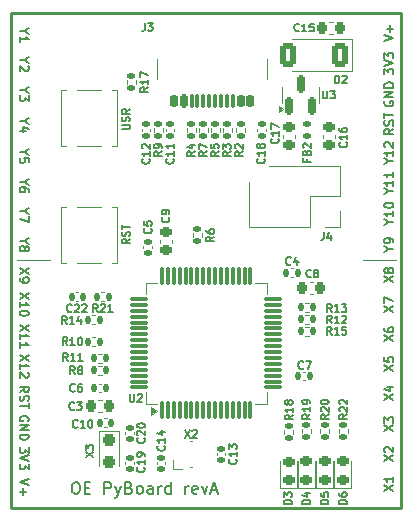
<source format=gbr>
%TF.GenerationSoftware,KiCad,Pcbnew,9.0.0*%
%TF.CreationDate,2025-09-12T19:21:47+01:00*%
%TF.ProjectId,OE PyBoard,4f452050-7942-46f6-9172-642e6b696361,rev?*%
%TF.SameCoordinates,Original*%
%TF.FileFunction,Legend,Top*%
%TF.FilePolarity,Positive*%
%FSLAX46Y46*%
G04 Gerber Fmt 4.6, Leading zero omitted, Abs format (unit mm)*
G04 Created by KiCad (PCBNEW 9.0.0) date 2025-09-12 19:21:47*
%MOMM*%
%LPD*%
G01*
G04 APERTURE LIST*
G04 Aperture macros list*
%AMRoundRect*
0 Rectangle with rounded corners*
0 $1 Rounding radius*
0 $2 $3 $4 $5 $6 $7 $8 $9 X,Y pos of 4 corners*
0 Add a 4 corners polygon primitive as box body*
4,1,4,$2,$3,$4,$5,$6,$7,$8,$9,$2,$3,0*
0 Add four circle primitives for the rounded corners*
1,1,$1+$1,$2,$3*
1,1,$1+$1,$4,$5*
1,1,$1+$1,$6,$7*
1,1,$1+$1,$8,$9*
0 Add four rect primitives between the rounded corners*
20,1,$1+$1,$2,$3,$4,$5,0*
20,1,$1+$1,$4,$5,$6,$7,0*
20,1,$1+$1,$6,$7,$8,$9,0*
20,1,$1+$1,$8,$9,$2,$3,0*%
G04 Aperture macros list end*
%ADD10C,0.177800*%
%ADD11C,0.100000*%
%ADD12C,0.150000*%
%ADD13C,0.203200*%
%ADD14C,0.152400*%
%ADD15C,0.149860*%
%ADD16C,0.120000*%
%ADD17RoundRect,0.135000X-0.135000X-0.185000X0.135000X-0.185000X0.135000X0.185000X-0.135000X0.185000X0*%
%ADD18RoundRect,0.218750X0.256250X-0.218750X0.256250X0.218750X-0.256250X0.218750X-0.256250X-0.218750X0*%
%ADD19RoundRect,0.140000X0.170000X-0.140000X0.170000X0.140000X-0.170000X0.140000X-0.170000X-0.140000X0*%
%ADD20RoundRect,0.135000X0.135000X0.185000X-0.135000X0.185000X-0.135000X-0.185000X0.135000X-0.185000X0*%
%ADD21RoundRect,0.140000X-0.170000X0.140000X-0.170000X-0.140000X0.170000X-0.140000X0.170000X0.140000X0*%
%ADD22C,0.650000*%
%ADD23RoundRect,0.150000X0.150000X0.400000X-0.150000X0.400000X-0.150000X-0.400000X0.150000X-0.400000X0*%
%ADD24RoundRect,0.075000X0.075000X0.500000X-0.075000X0.500000X-0.075000X-0.500000X0.075000X-0.500000X0*%
%ADD25RoundRect,0.150000X0.150000X0.425000X-0.150000X0.425000X-0.150000X-0.425000X0.150000X-0.425000X0*%
%ADD26O,1.000000X2.100000*%
%ADD27O,1.000000X1.800000*%
%ADD28RoundRect,0.135000X-0.185000X0.135000X-0.185000X-0.135000X0.185000X-0.135000X0.185000X0.135000X0*%
%ADD29RoundRect,0.250000X-0.300000X0.275000X-0.300000X-0.275000X0.300000X-0.275000X0.300000X0.275000X0*%
%ADD30RoundRect,0.225000X0.250000X-0.225000X0.250000X0.225000X-0.250000X0.225000X-0.250000X-0.225000X0*%
%ADD31RoundRect,0.147500X-0.172500X0.147500X-0.172500X-0.147500X0.172500X-0.147500X0.172500X0.147500X0*%
%ADD32RoundRect,0.225000X0.225000X0.250000X-0.225000X0.250000X-0.225000X-0.250000X0.225000X-0.250000X0*%
%ADD33R,1.700000X1.700000*%
%ADD34C,1.700000*%
%ADD35RoundRect,0.225000X-0.225000X-0.250000X0.225000X-0.250000X0.225000X0.250000X-0.225000X0.250000X0*%
%ADD36RoundRect,0.135000X0.185000X-0.135000X0.185000X0.135000X-0.185000X0.135000X-0.185000X-0.135000X0*%
%ADD37RoundRect,0.140000X-0.140000X-0.170000X0.140000X-0.170000X0.140000X0.170000X-0.140000X0.170000X0*%
%ADD38RoundRect,0.250000X0.450000X0.800000X-0.450000X0.800000X-0.450000X-0.800000X0.450000X-0.800000X0*%
%ADD39R,0.900000X0.800000*%
%ADD40RoundRect,0.225000X-0.250000X0.225000X-0.250000X-0.225000X0.250000X-0.225000X0.250000X0.225000X0*%
%ADD41R,1.400000X1.600000*%
%ADD42RoundRect,0.140000X0.140000X0.170000X-0.140000X0.170000X-0.140000X-0.170000X0.140000X-0.170000X0*%
%ADD43RoundRect,0.075000X0.075000X-0.700000X0.075000X0.700000X-0.075000X0.700000X-0.075000X-0.700000X0*%
%ADD44RoundRect,0.075000X0.700000X-0.075000X0.700000X0.075000X-0.700000X0.075000X-0.700000X-0.075000X0*%
%ADD45RoundRect,0.150000X0.150000X-0.587500X0.150000X0.587500X-0.150000X0.587500X-0.150000X-0.587500X0*%
%TA.AperFunction,Profile*%
%ADD46C,0.230000*%
%TD*%
G04 APERTURE END LIST*
D10*
X126950100Y-115845830D02*
X126188100Y-116353830D01*
X126950100Y-116353830D02*
X126188100Y-115845830D01*
X126188100Y-116680401D02*
X126188100Y-116825544D01*
X126188100Y-116825544D02*
X126224386Y-116898115D01*
X126224386Y-116898115D02*
X126260671Y-116934401D01*
X126260671Y-116934401D02*
X126369528Y-117006972D01*
X126369528Y-117006972D02*
X126514671Y-117043258D01*
X126514671Y-117043258D02*
X126804957Y-117043258D01*
X126804957Y-117043258D02*
X126877528Y-117006972D01*
X126877528Y-117006972D02*
X126913814Y-116970687D01*
X126913814Y-116970687D02*
X126950100Y-116898115D01*
X126950100Y-116898115D02*
X126950100Y-116752972D01*
X126950100Y-116752972D02*
X126913814Y-116680401D01*
X126913814Y-116680401D02*
X126877528Y-116644115D01*
X126877528Y-116644115D02*
X126804957Y-116607829D01*
X126804957Y-116607829D02*
X126623528Y-116607829D01*
X126623528Y-116607829D02*
X126550957Y-116644115D01*
X126550957Y-116644115D02*
X126514671Y-116680401D01*
X126514671Y-116680401D02*
X126478386Y-116752972D01*
X126478386Y-116752972D02*
X126478386Y-116898115D01*
X126478386Y-116898115D02*
X126514671Y-116970687D01*
X126514671Y-116970687D02*
X126550957Y-117006972D01*
X126550957Y-117006972D02*
X126623528Y-117043258D01*
X126550957Y-100721944D02*
X126188100Y-100721944D01*
X126950100Y-100467944D02*
X126550957Y-100721944D01*
X126550957Y-100721944D02*
X126950100Y-100975944D01*
X126950100Y-101157373D02*
X126950100Y-101629087D01*
X126950100Y-101629087D02*
X126659814Y-101375087D01*
X126659814Y-101375087D02*
X126659814Y-101483944D01*
X126659814Y-101483944D02*
X126623528Y-101556516D01*
X126623528Y-101556516D02*
X126587243Y-101592801D01*
X126587243Y-101592801D02*
X126514671Y-101629087D01*
X126514671Y-101629087D02*
X126333243Y-101629087D01*
X126333243Y-101629087D02*
X126260671Y-101592801D01*
X126260671Y-101592801D02*
X126224386Y-101556516D01*
X126224386Y-101556516D02*
X126188100Y-101483944D01*
X126188100Y-101483944D02*
X126188100Y-101266230D01*
X126188100Y-101266230D02*
X126224386Y-101193658D01*
X126224386Y-101193658D02*
X126260671Y-101157373D01*
X126550957Y-110998252D02*
X126188100Y-110998252D01*
X126950100Y-110744252D02*
X126550957Y-110998252D01*
X126550957Y-110998252D02*
X126950100Y-111252252D01*
X126950100Y-111433681D02*
X126950100Y-111941681D01*
X126950100Y-111941681D02*
X126188100Y-111615109D01*
X126550957Y-105998016D02*
X126188100Y-105998016D01*
X126950100Y-105744016D02*
X126550957Y-105998016D01*
X126550957Y-105998016D02*
X126950100Y-106252016D01*
X126950100Y-106868873D02*
X126950100Y-106506016D01*
X126950100Y-106506016D02*
X126587243Y-106469730D01*
X126587243Y-106469730D02*
X126623528Y-106506016D01*
X126623528Y-106506016D02*
X126659814Y-106578588D01*
X126659814Y-106578588D02*
X126659814Y-106760016D01*
X126659814Y-106760016D02*
X126623528Y-106832588D01*
X126623528Y-106832588D02*
X126587243Y-106868873D01*
X126587243Y-106868873D02*
X126514671Y-106905159D01*
X126514671Y-106905159D02*
X126333243Y-106905159D01*
X126333243Y-106905159D02*
X126260671Y-106868873D01*
X126260671Y-106868873D02*
X126224386Y-106832588D01*
X126224386Y-106832588D02*
X126188100Y-106760016D01*
X126188100Y-106760016D02*
X126188100Y-106578588D01*
X126188100Y-106578588D02*
X126224386Y-106506016D01*
X126224386Y-106506016D02*
X126260671Y-106469730D01*
X126550957Y-98232744D02*
X126188100Y-98232744D01*
X126950100Y-97978744D02*
X126550957Y-98232744D01*
X126550957Y-98232744D02*
X126950100Y-98486744D01*
X126877528Y-98704458D02*
X126913814Y-98740744D01*
X126913814Y-98740744D02*
X126950100Y-98813316D01*
X126950100Y-98813316D02*
X126950100Y-98994744D01*
X126950100Y-98994744D02*
X126913814Y-99067316D01*
X126913814Y-99067316D02*
X126877528Y-99103601D01*
X126877528Y-99103601D02*
X126804957Y-99139887D01*
X126804957Y-99139887D02*
X126732386Y-99139887D01*
X126732386Y-99139887D02*
X126623528Y-99103601D01*
X126623528Y-99103601D02*
X126188100Y-98668173D01*
X126188100Y-98668173D02*
X126188100Y-99139887D01*
X126550957Y-113498370D02*
X126188100Y-113498370D01*
X126950100Y-113244370D02*
X126550957Y-113498370D01*
X126550957Y-113498370D02*
X126950100Y-113752370D01*
X126623528Y-114115227D02*
X126659814Y-114042656D01*
X126659814Y-114042656D02*
X126696100Y-114006370D01*
X126696100Y-114006370D02*
X126768671Y-113970084D01*
X126768671Y-113970084D02*
X126804957Y-113970084D01*
X126804957Y-113970084D02*
X126877528Y-114006370D01*
X126877528Y-114006370D02*
X126913814Y-114042656D01*
X126913814Y-114042656D02*
X126950100Y-114115227D01*
X126950100Y-114115227D02*
X126950100Y-114260370D01*
X126950100Y-114260370D02*
X126913814Y-114332942D01*
X126913814Y-114332942D02*
X126877528Y-114369227D01*
X126877528Y-114369227D02*
X126804957Y-114405513D01*
X126804957Y-114405513D02*
X126768671Y-114405513D01*
X126768671Y-114405513D02*
X126696100Y-114369227D01*
X126696100Y-114369227D02*
X126659814Y-114332942D01*
X126659814Y-114332942D02*
X126623528Y-114260370D01*
X126623528Y-114260370D02*
X126623528Y-114115227D01*
X126623528Y-114115227D02*
X126587243Y-114042656D01*
X126587243Y-114042656D02*
X126550957Y-114006370D01*
X126550957Y-114006370D02*
X126478386Y-113970084D01*
X126478386Y-113970084D02*
X126333243Y-113970084D01*
X126333243Y-113970084D02*
X126260671Y-114006370D01*
X126260671Y-114006370D02*
X126224386Y-114042656D01*
X126224386Y-114042656D02*
X126188100Y-114115227D01*
X126188100Y-114115227D02*
X126188100Y-114260370D01*
X126188100Y-114260370D02*
X126224386Y-114332942D01*
X126224386Y-114332942D02*
X126260671Y-114369227D01*
X126260671Y-114369227D02*
X126333243Y-114405513D01*
X126333243Y-114405513D02*
X126478386Y-114405513D01*
X126478386Y-114405513D02*
X126550957Y-114369227D01*
X126550957Y-114369227D02*
X126587243Y-114332942D01*
X126587243Y-114332942D02*
X126623528Y-114260370D01*
X126950100Y-130984230D02*
X126950100Y-131455944D01*
X126950100Y-131455944D02*
X126659814Y-131201944D01*
X126659814Y-131201944D02*
X126659814Y-131310801D01*
X126659814Y-131310801D02*
X126623528Y-131383373D01*
X126623528Y-131383373D02*
X126587243Y-131419658D01*
X126587243Y-131419658D02*
X126514671Y-131455944D01*
X126514671Y-131455944D02*
X126333243Y-131455944D01*
X126333243Y-131455944D02*
X126260671Y-131419658D01*
X126260671Y-131419658D02*
X126224386Y-131383373D01*
X126224386Y-131383373D02*
X126188100Y-131310801D01*
X126188100Y-131310801D02*
X126188100Y-131093087D01*
X126188100Y-131093087D02*
X126224386Y-131020515D01*
X126224386Y-131020515D02*
X126260671Y-130984230D01*
X126950100Y-131673658D02*
X126188100Y-131927658D01*
X126188100Y-131927658D02*
X126950100Y-132181658D01*
X126950100Y-132363087D02*
X126950100Y-132834801D01*
X126950100Y-132834801D02*
X126659814Y-132580801D01*
X126659814Y-132580801D02*
X126659814Y-132689658D01*
X126659814Y-132689658D02*
X126623528Y-132762230D01*
X126623528Y-132762230D02*
X126587243Y-132798515D01*
X126587243Y-132798515D02*
X126514671Y-132834801D01*
X126514671Y-132834801D02*
X126333243Y-132834801D01*
X126333243Y-132834801D02*
X126260671Y-132798515D01*
X126260671Y-132798515D02*
X126224386Y-132762230D01*
X126224386Y-132762230D02*
X126188100Y-132689658D01*
X126188100Y-132689658D02*
X126188100Y-132471944D01*
X126188100Y-132471944D02*
X126224386Y-132399372D01*
X126224386Y-132399372D02*
X126260671Y-132363087D01*
X126550957Y-108498134D02*
X126188100Y-108498134D01*
X126950100Y-108244134D02*
X126550957Y-108498134D01*
X126550957Y-108498134D02*
X126950100Y-108752134D01*
X126950100Y-109332706D02*
X126950100Y-109187563D01*
X126950100Y-109187563D02*
X126913814Y-109114991D01*
X126913814Y-109114991D02*
X126877528Y-109078706D01*
X126877528Y-109078706D02*
X126768671Y-109006134D01*
X126768671Y-109006134D02*
X126623528Y-108969848D01*
X126623528Y-108969848D02*
X126333243Y-108969848D01*
X126333243Y-108969848D02*
X126260671Y-109006134D01*
X126260671Y-109006134D02*
X126224386Y-109042420D01*
X126224386Y-109042420D02*
X126188100Y-109114991D01*
X126188100Y-109114991D02*
X126188100Y-109260134D01*
X126188100Y-109260134D02*
X126224386Y-109332706D01*
X126224386Y-109332706D02*
X126260671Y-109368991D01*
X126260671Y-109368991D02*
X126333243Y-109405277D01*
X126333243Y-109405277D02*
X126514671Y-109405277D01*
X126514671Y-109405277D02*
X126587243Y-109368991D01*
X126587243Y-109368991D02*
X126623528Y-109332706D01*
X126623528Y-109332706D02*
X126659814Y-109260134D01*
X126659814Y-109260134D02*
X126659814Y-109114991D01*
X126659814Y-109114991D02*
X126623528Y-109042420D01*
X126623528Y-109042420D02*
X126587243Y-109006134D01*
X126587243Y-109006134D02*
X126514671Y-108969848D01*
X126950100Y-133691144D02*
X126188100Y-133945144D01*
X126188100Y-133945144D02*
X126950100Y-134199144D01*
X126478386Y-134453144D02*
X126478386Y-135033716D01*
X126188100Y-134743430D02*
X126768671Y-134743430D01*
X126550957Y-95743544D02*
X126188100Y-95743544D01*
X126950100Y-95489544D02*
X126550957Y-95743544D01*
X126550957Y-95743544D02*
X126950100Y-95997544D01*
X126188100Y-96650687D02*
X126188100Y-96215258D01*
X126188100Y-96432973D02*
X126950100Y-96432973D01*
X126950100Y-96432973D02*
X126841243Y-96360401D01*
X126841243Y-96360401D02*
X126768671Y-96287830D01*
X126768671Y-96287830D02*
X126732386Y-96215258D01*
X126550957Y-103363544D02*
X126188100Y-103363544D01*
X126950100Y-103109544D02*
X126550957Y-103363544D01*
X126550957Y-103363544D02*
X126950100Y-103617544D01*
X126696100Y-104198116D02*
X126188100Y-104198116D01*
X126986386Y-104016687D02*
X126442100Y-103835258D01*
X126442100Y-103835258D02*
X126442100Y-104306973D01*
X126950100Y-120621030D02*
X126188100Y-121129030D01*
X126950100Y-121129030D02*
X126188100Y-120621030D01*
X126188100Y-121818458D02*
X126188100Y-121383029D01*
X126188100Y-121600744D02*
X126950100Y-121600744D01*
X126950100Y-121600744D02*
X126841243Y-121528172D01*
X126841243Y-121528172D02*
X126768671Y-121455601D01*
X126768671Y-121455601D02*
X126732386Y-121383029D01*
X126188100Y-122544172D02*
X126188100Y-122108743D01*
X126188100Y-122326458D02*
X126950100Y-122326458D01*
X126950100Y-122326458D02*
X126841243Y-122253886D01*
X126841243Y-122253886D02*
X126768671Y-122181315D01*
X126768671Y-122181315D02*
X126732386Y-122108743D01*
X126950100Y-117928630D02*
X126188100Y-118436630D01*
X126950100Y-118436630D02*
X126188100Y-117928630D01*
X126188100Y-119126058D02*
X126188100Y-118690629D01*
X126188100Y-118908344D02*
X126950100Y-118908344D01*
X126950100Y-118908344D02*
X126841243Y-118835772D01*
X126841243Y-118835772D02*
X126768671Y-118763201D01*
X126768671Y-118763201D02*
X126732386Y-118690629D01*
X126950100Y-119597772D02*
X126950100Y-119670343D01*
X126950100Y-119670343D02*
X126913814Y-119742915D01*
X126913814Y-119742915D02*
X126877528Y-119779201D01*
X126877528Y-119779201D02*
X126804957Y-119815486D01*
X126804957Y-119815486D02*
X126659814Y-119851772D01*
X126659814Y-119851772D02*
X126478386Y-119851772D01*
X126478386Y-119851772D02*
X126333243Y-119815486D01*
X126333243Y-119815486D02*
X126260671Y-119779201D01*
X126260671Y-119779201D02*
X126224386Y-119742915D01*
X126224386Y-119742915D02*
X126188100Y-119670343D01*
X126188100Y-119670343D02*
X126188100Y-119597772D01*
X126188100Y-119597772D02*
X126224386Y-119525201D01*
X126224386Y-119525201D02*
X126260671Y-119488915D01*
X126260671Y-119488915D02*
X126333243Y-119452629D01*
X126333243Y-119452629D02*
X126478386Y-119416343D01*
X126478386Y-119416343D02*
X126659814Y-119416343D01*
X126659814Y-119416343D02*
X126804957Y-119452629D01*
X126804957Y-119452629D02*
X126877528Y-119488915D01*
X126877528Y-119488915D02*
X126913814Y-119525201D01*
X126913814Y-119525201D02*
X126950100Y-119597772D01*
X126913814Y-128763544D02*
X126950100Y-128690973D01*
X126950100Y-128690973D02*
X126950100Y-128582115D01*
X126950100Y-128582115D02*
X126913814Y-128473258D01*
X126913814Y-128473258D02*
X126841243Y-128400687D01*
X126841243Y-128400687D02*
X126768671Y-128364401D01*
X126768671Y-128364401D02*
X126623528Y-128328115D01*
X126623528Y-128328115D02*
X126514671Y-128328115D01*
X126514671Y-128328115D02*
X126369528Y-128364401D01*
X126369528Y-128364401D02*
X126296957Y-128400687D01*
X126296957Y-128400687D02*
X126224386Y-128473258D01*
X126224386Y-128473258D02*
X126188100Y-128582115D01*
X126188100Y-128582115D02*
X126188100Y-128654687D01*
X126188100Y-128654687D02*
X126224386Y-128763544D01*
X126224386Y-128763544D02*
X126260671Y-128799830D01*
X126260671Y-128799830D02*
X126514671Y-128799830D01*
X126514671Y-128799830D02*
X126514671Y-128654687D01*
X126188100Y-129126401D02*
X126950100Y-129126401D01*
X126950100Y-129126401D02*
X126188100Y-129561830D01*
X126188100Y-129561830D02*
X126950100Y-129561830D01*
X126188100Y-129924687D02*
X126950100Y-129924687D01*
X126950100Y-129924687D02*
X126950100Y-130106116D01*
X126950100Y-130106116D02*
X126913814Y-130214973D01*
X126913814Y-130214973D02*
X126841243Y-130287544D01*
X126841243Y-130287544D02*
X126768671Y-130323830D01*
X126768671Y-130323830D02*
X126623528Y-130360116D01*
X126623528Y-130360116D02*
X126514671Y-130360116D01*
X126514671Y-130360116D02*
X126369528Y-130323830D01*
X126369528Y-130323830D02*
X126296957Y-130287544D01*
X126296957Y-130287544D02*
X126224386Y-130214973D01*
X126224386Y-130214973D02*
X126188100Y-130106116D01*
X126188100Y-130106116D02*
X126188100Y-129924687D01*
X126950100Y-123161030D02*
X126188100Y-123669030D01*
X126950100Y-123669030D02*
X126188100Y-123161030D01*
X126188100Y-124358458D02*
X126188100Y-123923029D01*
X126188100Y-124140744D02*
X126950100Y-124140744D01*
X126950100Y-124140744D02*
X126841243Y-124068172D01*
X126841243Y-124068172D02*
X126768671Y-123995601D01*
X126768671Y-123995601D02*
X126732386Y-123923029D01*
X126877528Y-124648743D02*
X126913814Y-124685029D01*
X126913814Y-124685029D02*
X126950100Y-124757601D01*
X126950100Y-124757601D02*
X126950100Y-124939029D01*
X126950100Y-124939029D02*
X126913814Y-125011601D01*
X126913814Y-125011601D02*
X126877528Y-125047886D01*
X126877528Y-125047886D02*
X126804957Y-125084172D01*
X126804957Y-125084172D02*
X126732386Y-125084172D01*
X126732386Y-125084172D02*
X126623528Y-125047886D01*
X126623528Y-125047886D02*
X126188100Y-124612458D01*
X126188100Y-124612458D02*
X126188100Y-125084172D01*
X126188100Y-126310630D02*
X126550957Y-126056630D01*
X126188100Y-125875201D02*
X126950100Y-125875201D01*
X126950100Y-125875201D02*
X126950100Y-126165487D01*
X126950100Y-126165487D02*
X126913814Y-126238058D01*
X126913814Y-126238058D02*
X126877528Y-126274344D01*
X126877528Y-126274344D02*
X126804957Y-126310630D01*
X126804957Y-126310630D02*
X126696100Y-126310630D01*
X126696100Y-126310630D02*
X126623528Y-126274344D01*
X126623528Y-126274344D02*
X126587243Y-126238058D01*
X126587243Y-126238058D02*
X126550957Y-126165487D01*
X126550957Y-126165487D02*
X126550957Y-125875201D01*
X126224386Y-126600915D02*
X126188100Y-126709773D01*
X126188100Y-126709773D02*
X126188100Y-126891201D01*
X126188100Y-126891201D02*
X126224386Y-126963773D01*
X126224386Y-126963773D02*
X126260671Y-127000058D01*
X126260671Y-127000058D02*
X126333243Y-127036344D01*
X126333243Y-127036344D02*
X126405814Y-127036344D01*
X126405814Y-127036344D02*
X126478386Y-127000058D01*
X126478386Y-127000058D02*
X126514671Y-126963773D01*
X126514671Y-126963773D02*
X126550957Y-126891201D01*
X126550957Y-126891201D02*
X126587243Y-126746058D01*
X126587243Y-126746058D02*
X126623528Y-126673487D01*
X126623528Y-126673487D02*
X126659814Y-126637201D01*
X126659814Y-126637201D02*
X126732386Y-126600915D01*
X126732386Y-126600915D02*
X126804957Y-126600915D01*
X126804957Y-126600915D02*
X126877528Y-126637201D01*
X126877528Y-126637201D02*
X126913814Y-126673487D01*
X126913814Y-126673487D02*
X126950100Y-126746058D01*
X126950100Y-126746058D02*
X126950100Y-126927487D01*
X126950100Y-126927487D02*
X126913814Y-127036344D01*
X126950100Y-127254058D02*
X126950100Y-127689487D01*
X126188100Y-127471772D02*
X126950100Y-127471772D01*
D11*
X125984000Y-115112000D02*
X128727200Y-115112000D01*
X155295600Y-115138200D02*
X158038800Y-115138200D01*
D10*
X157108985Y-101689855D02*
X157072699Y-101762427D01*
X157072699Y-101762427D02*
X157072699Y-101871284D01*
X157072699Y-101871284D02*
X157108985Y-101980141D01*
X157108985Y-101980141D02*
X157181556Y-102052712D01*
X157181556Y-102052712D02*
X157254128Y-102088998D01*
X157254128Y-102088998D02*
X157399271Y-102125284D01*
X157399271Y-102125284D02*
X157508128Y-102125284D01*
X157508128Y-102125284D02*
X157653271Y-102088998D01*
X157653271Y-102088998D02*
X157725842Y-102052712D01*
X157725842Y-102052712D02*
X157798414Y-101980141D01*
X157798414Y-101980141D02*
X157834699Y-101871284D01*
X157834699Y-101871284D02*
X157834699Y-101798712D01*
X157834699Y-101798712D02*
X157798414Y-101689855D01*
X157798414Y-101689855D02*
X157762128Y-101653569D01*
X157762128Y-101653569D02*
X157508128Y-101653569D01*
X157508128Y-101653569D02*
X157508128Y-101798712D01*
X157834699Y-101326998D02*
X157072699Y-101326998D01*
X157072699Y-101326998D02*
X157834699Y-100891569D01*
X157834699Y-100891569D02*
X157072699Y-100891569D01*
X157834699Y-100528712D02*
X157072699Y-100528712D01*
X157072699Y-100528712D02*
X157072699Y-100347283D01*
X157072699Y-100347283D02*
X157108985Y-100238426D01*
X157108985Y-100238426D02*
X157181556Y-100165855D01*
X157181556Y-100165855D02*
X157254128Y-100129569D01*
X157254128Y-100129569D02*
X157399271Y-100093283D01*
X157399271Y-100093283D02*
X157508128Y-100093283D01*
X157508128Y-100093283D02*
X157653271Y-100129569D01*
X157653271Y-100129569D02*
X157725842Y-100165855D01*
X157725842Y-100165855D02*
X157798414Y-100238426D01*
X157798414Y-100238426D02*
X157834699Y-100347283D01*
X157834699Y-100347283D02*
X157834699Y-100528712D01*
X157072699Y-134673569D02*
X157834699Y-134165569D01*
X157072699Y-134165569D02*
X157834699Y-134673569D01*
X157834699Y-133476141D02*
X157834699Y-133911570D01*
X157834699Y-133693855D02*
X157072699Y-133693855D01*
X157072699Y-133693855D02*
X157181556Y-133766427D01*
X157181556Y-133766427D02*
X157254128Y-133838998D01*
X157254128Y-133838998D02*
X157290414Y-133911570D01*
X157072699Y-117009054D02*
X157834699Y-116501054D01*
X157072699Y-116501054D02*
X157834699Y-117009054D01*
X157399271Y-116101912D02*
X157362985Y-116174483D01*
X157362985Y-116174483D02*
X157326699Y-116210769D01*
X157326699Y-116210769D02*
X157254128Y-116247055D01*
X157254128Y-116247055D02*
X157217842Y-116247055D01*
X157217842Y-116247055D02*
X157145271Y-116210769D01*
X157145271Y-116210769D02*
X157108985Y-116174483D01*
X157108985Y-116174483D02*
X157072699Y-116101912D01*
X157072699Y-116101912D02*
X157072699Y-115956769D01*
X157072699Y-115956769D02*
X157108985Y-115884198D01*
X157108985Y-115884198D02*
X157145271Y-115847912D01*
X157145271Y-115847912D02*
X157217842Y-115811626D01*
X157217842Y-115811626D02*
X157254128Y-115811626D01*
X157254128Y-115811626D02*
X157326699Y-115847912D01*
X157326699Y-115847912D02*
X157362985Y-115884198D01*
X157362985Y-115884198D02*
X157399271Y-115956769D01*
X157399271Y-115956769D02*
X157399271Y-116101912D01*
X157399271Y-116101912D02*
X157435556Y-116174483D01*
X157435556Y-116174483D02*
X157471842Y-116210769D01*
X157471842Y-116210769D02*
X157544414Y-116247055D01*
X157544414Y-116247055D02*
X157689556Y-116247055D01*
X157689556Y-116247055D02*
X157762128Y-116210769D01*
X157762128Y-116210769D02*
X157798414Y-116174483D01*
X157798414Y-116174483D02*
X157834699Y-116101912D01*
X157834699Y-116101912D02*
X157834699Y-115956769D01*
X157834699Y-115956769D02*
X157798414Y-115884198D01*
X157798414Y-115884198D02*
X157762128Y-115847912D01*
X157762128Y-115847912D02*
X157689556Y-115811626D01*
X157689556Y-115811626D02*
X157544414Y-115811626D01*
X157544414Y-115811626D02*
X157471842Y-115847912D01*
X157471842Y-115847912D02*
X157435556Y-115884198D01*
X157435556Y-115884198D02*
X157399271Y-115956769D01*
X157471842Y-111900655D02*
X157834699Y-111900655D01*
X157072699Y-112154655D02*
X157471842Y-111900655D01*
X157471842Y-111900655D02*
X157072699Y-111646655D01*
X157834699Y-110993512D02*
X157834699Y-111428941D01*
X157834699Y-111211226D02*
X157072699Y-111211226D01*
X157072699Y-111211226D02*
X157181556Y-111283798D01*
X157181556Y-111283798D02*
X157254128Y-111356369D01*
X157254128Y-111356369D02*
X157290414Y-111428941D01*
X157072699Y-110521798D02*
X157072699Y-110449227D01*
X157072699Y-110449227D02*
X157108985Y-110376655D01*
X157108985Y-110376655D02*
X157145271Y-110340370D01*
X157145271Y-110340370D02*
X157217842Y-110304084D01*
X157217842Y-110304084D02*
X157362985Y-110267798D01*
X157362985Y-110267798D02*
X157544414Y-110267798D01*
X157544414Y-110267798D02*
X157689556Y-110304084D01*
X157689556Y-110304084D02*
X157762128Y-110340370D01*
X157762128Y-110340370D02*
X157798414Y-110376655D01*
X157798414Y-110376655D02*
X157834699Y-110449227D01*
X157834699Y-110449227D02*
X157834699Y-110521798D01*
X157834699Y-110521798D02*
X157798414Y-110594370D01*
X157798414Y-110594370D02*
X157762128Y-110630655D01*
X157762128Y-110630655D02*
X157689556Y-110666941D01*
X157689556Y-110666941D02*
X157544414Y-110703227D01*
X157544414Y-110703227D02*
X157362985Y-110703227D01*
X157362985Y-110703227D02*
X157217842Y-110666941D01*
X157217842Y-110666941D02*
X157145271Y-110630655D01*
X157145271Y-110630655D02*
X157108985Y-110594370D01*
X157108985Y-110594370D02*
X157072699Y-110521798D01*
X157471842Y-109309855D02*
X157834699Y-109309855D01*
X157072699Y-109563855D02*
X157471842Y-109309855D01*
X157471842Y-109309855D02*
X157072699Y-109055855D01*
X157834699Y-108402712D02*
X157834699Y-108838141D01*
X157834699Y-108620426D02*
X157072699Y-108620426D01*
X157072699Y-108620426D02*
X157181556Y-108692998D01*
X157181556Y-108692998D02*
X157254128Y-108765569D01*
X157254128Y-108765569D02*
X157290414Y-108838141D01*
X157834699Y-107676998D02*
X157834699Y-108112427D01*
X157834699Y-107894712D02*
X157072699Y-107894712D01*
X157072699Y-107894712D02*
X157181556Y-107967284D01*
X157181556Y-107967284D02*
X157254128Y-108039855D01*
X157254128Y-108039855D02*
X157290414Y-108112427D01*
D12*
X135522568Y-113344170D02*
X135208282Y-113564170D01*
X135522568Y-113721313D02*
X134862568Y-113721313D01*
X134862568Y-113721313D02*
X134862568Y-113469884D01*
X134862568Y-113469884D02*
X134893997Y-113407027D01*
X134893997Y-113407027D02*
X134925425Y-113375598D01*
X134925425Y-113375598D02*
X134988282Y-113344170D01*
X134988282Y-113344170D02*
X135082568Y-113344170D01*
X135082568Y-113344170D02*
X135145425Y-113375598D01*
X135145425Y-113375598D02*
X135176854Y-113407027D01*
X135176854Y-113407027D02*
X135208282Y-113469884D01*
X135208282Y-113469884D02*
X135208282Y-113721313D01*
X135491140Y-113092741D02*
X135522568Y-112998456D01*
X135522568Y-112998456D02*
X135522568Y-112841313D01*
X135522568Y-112841313D02*
X135491140Y-112778456D01*
X135491140Y-112778456D02*
X135459711Y-112747027D01*
X135459711Y-112747027D02*
X135396854Y-112715598D01*
X135396854Y-112715598D02*
X135333997Y-112715598D01*
X135333997Y-112715598D02*
X135271140Y-112747027D01*
X135271140Y-112747027D02*
X135239711Y-112778456D01*
X135239711Y-112778456D02*
X135208282Y-112841313D01*
X135208282Y-112841313D02*
X135176854Y-112967027D01*
X135176854Y-112967027D02*
X135145425Y-113029884D01*
X135145425Y-113029884D02*
X135113997Y-113061313D01*
X135113997Y-113061313D02*
X135051140Y-113092741D01*
X135051140Y-113092741D02*
X134988282Y-113092741D01*
X134988282Y-113092741D02*
X134925425Y-113061313D01*
X134925425Y-113061313D02*
X134893997Y-113029884D01*
X134893997Y-113029884D02*
X134862568Y-112967027D01*
X134862568Y-112967027D02*
X134862568Y-112809884D01*
X134862568Y-112809884D02*
X134893997Y-112715598D01*
X134862568Y-112527027D02*
X134862568Y-112149885D01*
X135522568Y-112338456D02*
X134862568Y-112338456D01*
D10*
X157072699Y-129644369D02*
X157834699Y-129136369D01*
X157072699Y-129136369D02*
X157834699Y-129644369D01*
X157072699Y-128918655D02*
X157072699Y-128446941D01*
X157072699Y-128446941D02*
X157362985Y-128700941D01*
X157362985Y-128700941D02*
X157362985Y-128592084D01*
X157362985Y-128592084D02*
X157399271Y-128519513D01*
X157399271Y-128519513D02*
X157435556Y-128483227D01*
X157435556Y-128483227D02*
X157508128Y-128446941D01*
X157508128Y-128446941D02*
X157689556Y-128446941D01*
X157689556Y-128446941D02*
X157762128Y-128483227D01*
X157762128Y-128483227D02*
X157798414Y-128519513D01*
X157798414Y-128519513D02*
X157834699Y-128592084D01*
X157834699Y-128592084D02*
X157834699Y-128809798D01*
X157834699Y-128809798D02*
X157798414Y-128882370D01*
X157798414Y-128882370D02*
X157762128Y-128918655D01*
X157072699Y-119510785D02*
X157834699Y-119002785D01*
X157072699Y-119002785D02*
X157834699Y-119510785D01*
X157072699Y-118785071D02*
X157072699Y-118277071D01*
X157072699Y-118277071D02*
X157834699Y-118603643D01*
X157072699Y-122012516D02*
X157834699Y-121504516D01*
X157072699Y-121504516D02*
X157834699Y-122012516D01*
X157072699Y-120887660D02*
X157072699Y-121032802D01*
X157072699Y-121032802D02*
X157108985Y-121105374D01*
X157108985Y-121105374D02*
X157145271Y-121141660D01*
X157145271Y-121141660D02*
X157254128Y-121214231D01*
X157254128Y-121214231D02*
X157399271Y-121250517D01*
X157399271Y-121250517D02*
X157689556Y-121250517D01*
X157689556Y-121250517D02*
X157762128Y-121214231D01*
X157762128Y-121214231D02*
X157798414Y-121177945D01*
X157798414Y-121177945D02*
X157834699Y-121105374D01*
X157834699Y-121105374D02*
X157834699Y-120960231D01*
X157834699Y-120960231D02*
X157798414Y-120887660D01*
X157798414Y-120887660D02*
X157762128Y-120851374D01*
X157762128Y-120851374D02*
X157689556Y-120815088D01*
X157689556Y-120815088D02*
X157508128Y-120815088D01*
X157508128Y-120815088D02*
X157435556Y-120851374D01*
X157435556Y-120851374D02*
X157399271Y-120887660D01*
X157399271Y-120887660D02*
X157362985Y-120960231D01*
X157362985Y-120960231D02*
X157362985Y-121105374D01*
X157362985Y-121105374D02*
X157399271Y-121177945D01*
X157399271Y-121177945D02*
X157435556Y-121214231D01*
X157435556Y-121214231D02*
X157508128Y-121250517D01*
D13*
X130848837Y-133919652D02*
X131039313Y-133919652D01*
X131039313Y-133919652D02*
X131134551Y-133967271D01*
X131134551Y-133967271D02*
X131229789Y-134062509D01*
X131229789Y-134062509D02*
X131277408Y-134252985D01*
X131277408Y-134252985D02*
X131277408Y-134586318D01*
X131277408Y-134586318D02*
X131229789Y-134776794D01*
X131229789Y-134776794D02*
X131134551Y-134872033D01*
X131134551Y-134872033D02*
X131039313Y-134919652D01*
X131039313Y-134919652D02*
X130848837Y-134919652D01*
X130848837Y-134919652D02*
X130753599Y-134872033D01*
X130753599Y-134872033D02*
X130658361Y-134776794D01*
X130658361Y-134776794D02*
X130610742Y-134586318D01*
X130610742Y-134586318D02*
X130610742Y-134252985D01*
X130610742Y-134252985D02*
X130658361Y-134062509D01*
X130658361Y-134062509D02*
X130753599Y-133967271D01*
X130753599Y-133967271D02*
X130848837Y-133919652D01*
X131705980Y-134395842D02*
X132039313Y-134395842D01*
X132182170Y-134919652D02*
X131705980Y-134919652D01*
X131705980Y-134919652D02*
X131705980Y-133919652D01*
X131705980Y-133919652D02*
X132182170Y-133919652D01*
X133372647Y-134919652D02*
X133372647Y-133919652D01*
X133372647Y-133919652D02*
X133753599Y-133919652D01*
X133753599Y-133919652D02*
X133848837Y-133967271D01*
X133848837Y-133967271D02*
X133896456Y-134014890D01*
X133896456Y-134014890D02*
X133944075Y-134110128D01*
X133944075Y-134110128D02*
X133944075Y-134252985D01*
X133944075Y-134252985D02*
X133896456Y-134348223D01*
X133896456Y-134348223D02*
X133848837Y-134395842D01*
X133848837Y-134395842D02*
X133753599Y-134443461D01*
X133753599Y-134443461D02*
X133372647Y-134443461D01*
X134277409Y-134252985D02*
X134515504Y-134919652D01*
X134753599Y-134252985D02*
X134515504Y-134919652D01*
X134515504Y-134919652D02*
X134420266Y-135157747D01*
X134420266Y-135157747D02*
X134372647Y-135205366D01*
X134372647Y-135205366D02*
X134277409Y-135252985D01*
X135467885Y-134395842D02*
X135610742Y-134443461D01*
X135610742Y-134443461D02*
X135658361Y-134491080D01*
X135658361Y-134491080D02*
X135705980Y-134586318D01*
X135705980Y-134586318D02*
X135705980Y-134729175D01*
X135705980Y-134729175D02*
X135658361Y-134824413D01*
X135658361Y-134824413D02*
X135610742Y-134872033D01*
X135610742Y-134872033D02*
X135515504Y-134919652D01*
X135515504Y-134919652D02*
X135134552Y-134919652D01*
X135134552Y-134919652D02*
X135134552Y-133919652D01*
X135134552Y-133919652D02*
X135467885Y-133919652D01*
X135467885Y-133919652D02*
X135563123Y-133967271D01*
X135563123Y-133967271D02*
X135610742Y-134014890D01*
X135610742Y-134014890D02*
X135658361Y-134110128D01*
X135658361Y-134110128D02*
X135658361Y-134205366D01*
X135658361Y-134205366D02*
X135610742Y-134300604D01*
X135610742Y-134300604D02*
X135563123Y-134348223D01*
X135563123Y-134348223D02*
X135467885Y-134395842D01*
X135467885Y-134395842D02*
X135134552Y-134395842D01*
X136277409Y-134919652D02*
X136182171Y-134872033D01*
X136182171Y-134872033D02*
X136134552Y-134824413D01*
X136134552Y-134824413D02*
X136086933Y-134729175D01*
X136086933Y-134729175D02*
X136086933Y-134443461D01*
X136086933Y-134443461D02*
X136134552Y-134348223D01*
X136134552Y-134348223D02*
X136182171Y-134300604D01*
X136182171Y-134300604D02*
X136277409Y-134252985D01*
X136277409Y-134252985D02*
X136420266Y-134252985D01*
X136420266Y-134252985D02*
X136515504Y-134300604D01*
X136515504Y-134300604D02*
X136563123Y-134348223D01*
X136563123Y-134348223D02*
X136610742Y-134443461D01*
X136610742Y-134443461D02*
X136610742Y-134729175D01*
X136610742Y-134729175D02*
X136563123Y-134824413D01*
X136563123Y-134824413D02*
X136515504Y-134872033D01*
X136515504Y-134872033D02*
X136420266Y-134919652D01*
X136420266Y-134919652D02*
X136277409Y-134919652D01*
X137467885Y-134919652D02*
X137467885Y-134395842D01*
X137467885Y-134395842D02*
X137420266Y-134300604D01*
X137420266Y-134300604D02*
X137325028Y-134252985D01*
X137325028Y-134252985D02*
X137134552Y-134252985D01*
X137134552Y-134252985D02*
X137039314Y-134300604D01*
X137467885Y-134872033D02*
X137372647Y-134919652D01*
X137372647Y-134919652D02*
X137134552Y-134919652D01*
X137134552Y-134919652D02*
X137039314Y-134872033D01*
X137039314Y-134872033D02*
X136991695Y-134776794D01*
X136991695Y-134776794D02*
X136991695Y-134681556D01*
X136991695Y-134681556D02*
X137039314Y-134586318D01*
X137039314Y-134586318D02*
X137134552Y-134538699D01*
X137134552Y-134538699D02*
X137372647Y-134538699D01*
X137372647Y-134538699D02*
X137467885Y-134491080D01*
X137944076Y-134919652D02*
X137944076Y-134252985D01*
X137944076Y-134443461D02*
X137991695Y-134348223D01*
X137991695Y-134348223D02*
X138039314Y-134300604D01*
X138039314Y-134300604D02*
X138134552Y-134252985D01*
X138134552Y-134252985D02*
X138229790Y-134252985D01*
X138991695Y-134919652D02*
X138991695Y-133919652D01*
X138991695Y-134872033D02*
X138896457Y-134919652D01*
X138896457Y-134919652D02*
X138705981Y-134919652D01*
X138705981Y-134919652D02*
X138610743Y-134872033D01*
X138610743Y-134872033D02*
X138563124Y-134824413D01*
X138563124Y-134824413D02*
X138515505Y-134729175D01*
X138515505Y-134729175D02*
X138515505Y-134443461D01*
X138515505Y-134443461D02*
X138563124Y-134348223D01*
X138563124Y-134348223D02*
X138610743Y-134300604D01*
X138610743Y-134300604D02*
X138705981Y-134252985D01*
X138705981Y-134252985D02*
X138896457Y-134252985D01*
X138896457Y-134252985D02*
X138991695Y-134300604D01*
X140229791Y-134919652D02*
X140229791Y-134252985D01*
X140229791Y-134443461D02*
X140277410Y-134348223D01*
X140277410Y-134348223D02*
X140325029Y-134300604D01*
X140325029Y-134300604D02*
X140420267Y-134252985D01*
X140420267Y-134252985D02*
X140515505Y-134252985D01*
X141229791Y-134872033D02*
X141134553Y-134919652D01*
X141134553Y-134919652D02*
X140944077Y-134919652D01*
X140944077Y-134919652D02*
X140848839Y-134872033D01*
X140848839Y-134872033D02*
X140801220Y-134776794D01*
X140801220Y-134776794D02*
X140801220Y-134395842D01*
X140801220Y-134395842D02*
X140848839Y-134300604D01*
X140848839Y-134300604D02*
X140944077Y-134252985D01*
X140944077Y-134252985D02*
X141134553Y-134252985D01*
X141134553Y-134252985D02*
X141229791Y-134300604D01*
X141229791Y-134300604D02*
X141277410Y-134395842D01*
X141277410Y-134395842D02*
X141277410Y-134491080D01*
X141277410Y-134491080D02*
X140801220Y-134586318D01*
X141610744Y-134252985D02*
X141848839Y-134919652D01*
X141848839Y-134919652D02*
X142086934Y-134252985D01*
X142420268Y-134633937D02*
X142896458Y-134633937D01*
X142325030Y-134919652D02*
X142658363Y-133919652D01*
X142658363Y-133919652D02*
X142991696Y-134919652D01*
D10*
X157471842Y-114186655D02*
X157834699Y-114186655D01*
X157072699Y-114440655D02*
X157471842Y-114186655D01*
X157471842Y-114186655D02*
X157072699Y-113932655D01*
X157834699Y-113642369D02*
X157834699Y-113497226D01*
X157834699Y-113497226D02*
X157798414Y-113424655D01*
X157798414Y-113424655D02*
X157762128Y-113388369D01*
X157762128Y-113388369D02*
X157653271Y-113315798D01*
X157653271Y-113315798D02*
X157508128Y-113279512D01*
X157508128Y-113279512D02*
X157217842Y-113279512D01*
X157217842Y-113279512D02*
X157145271Y-113315798D01*
X157145271Y-113315798D02*
X157108985Y-113352084D01*
X157108985Y-113352084D02*
X157072699Y-113424655D01*
X157072699Y-113424655D02*
X157072699Y-113569798D01*
X157072699Y-113569798D02*
X157108985Y-113642369D01*
X157108985Y-113642369D02*
X157145271Y-113678655D01*
X157145271Y-113678655D02*
X157217842Y-113714941D01*
X157217842Y-113714941D02*
X157399271Y-113714941D01*
X157399271Y-113714941D02*
X157471842Y-113678655D01*
X157471842Y-113678655D02*
X157508128Y-113642369D01*
X157508128Y-113642369D02*
X157544414Y-113569798D01*
X157544414Y-113569798D02*
X157544414Y-113424655D01*
X157544414Y-113424655D02*
X157508128Y-113352084D01*
X157508128Y-113352084D02*
X157471842Y-113315798D01*
X157471842Y-113315798D02*
X157399271Y-113279512D01*
D12*
X134860518Y-104050480D02*
X135394804Y-104050480D01*
X135394804Y-104050480D02*
X135457661Y-104019051D01*
X135457661Y-104019051D02*
X135489090Y-103987623D01*
X135489090Y-103987623D02*
X135520518Y-103924765D01*
X135520518Y-103924765D02*
X135520518Y-103799051D01*
X135520518Y-103799051D02*
X135489090Y-103736194D01*
X135489090Y-103736194D02*
X135457661Y-103704765D01*
X135457661Y-103704765D02*
X135394804Y-103673337D01*
X135394804Y-103673337D02*
X134860518Y-103673337D01*
X135489090Y-103390479D02*
X135520518Y-103296194D01*
X135520518Y-103296194D02*
X135520518Y-103139051D01*
X135520518Y-103139051D02*
X135489090Y-103076194D01*
X135489090Y-103076194D02*
X135457661Y-103044765D01*
X135457661Y-103044765D02*
X135394804Y-103013336D01*
X135394804Y-103013336D02*
X135331947Y-103013336D01*
X135331947Y-103013336D02*
X135269090Y-103044765D01*
X135269090Y-103044765D02*
X135237661Y-103076194D01*
X135237661Y-103076194D02*
X135206232Y-103139051D01*
X135206232Y-103139051D02*
X135174804Y-103264765D01*
X135174804Y-103264765D02*
X135143375Y-103327622D01*
X135143375Y-103327622D02*
X135111947Y-103359051D01*
X135111947Y-103359051D02*
X135049090Y-103390479D01*
X135049090Y-103390479D02*
X134986232Y-103390479D01*
X134986232Y-103390479D02*
X134923375Y-103359051D01*
X134923375Y-103359051D02*
X134891947Y-103327622D01*
X134891947Y-103327622D02*
X134860518Y-103264765D01*
X134860518Y-103264765D02*
X134860518Y-103107622D01*
X134860518Y-103107622D02*
X134891947Y-103013336D01*
X135520518Y-102353337D02*
X135206232Y-102573337D01*
X135520518Y-102730480D02*
X134860518Y-102730480D01*
X134860518Y-102730480D02*
X134860518Y-102479051D01*
X134860518Y-102479051D02*
X134891947Y-102416194D01*
X134891947Y-102416194D02*
X134923375Y-102384765D01*
X134923375Y-102384765D02*
X134986232Y-102353337D01*
X134986232Y-102353337D02*
X135080518Y-102353337D01*
X135080518Y-102353337D02*
X135143375Y-102384765D01*
X135143375Y-102384765D02*
X135174804Y-102416194D01*
X135174804Y-102416194D02*
X135206232Y-102479051D01*
X135206232Y-102479051D02*
X135206232Y-102730480D01*
D10*
X157834699Y-104041169D02*
X157471842Y-104295169D01*
X157834699Y-104476598D02*
X157072699Y-104476598D01*
X157072699Y-104476598D02*
X157072699Y-104186312D01*
X157072699Y-104186312D02*
X157108985Y-104113741D01*
X157108985Y-104113741D02*
X157145271Y-104077455D01*
X157145271Y-104077455D02*
X157217842Y-104041169D01*
X157217842Y-104041169D02*
X157326699Y-104041169D01*
X157326699Y-104041169D02*
X157399271Y-104077455D01*
X157399271Y-104077455D02*
X157435556Y-104113741D01*
X157435556Y-104113741D02*
X157471842Y-104186312D01*
X157471842Y-104186312D02*
X157471842Y-104476598D01*
X157798414Y-103750884D02*
X157834699Y-103642027D01*
X157834699Y-103642027D02*
X157834699Y-103460598D01*
X157834699Y-103460598D02*
X157798414Y-103388027D01*
X157798414Y-103388027D02*
X157762128Y-103351741D01*
X157762128Y-103351741D02*
X157689556Y-103315455D01*
X157689556Y-103315455D02*
X157616985Y-103315455D01*
X157616985Y-103315455D02*
X157544414Y-103351741D01*
X157544414Y-103351741D02*
X157508128Y-103388027D01*
X157508128Y-103388027D02*
X157471842Y-103460598D01*
X157471842Y-103460598D02*
X157435556Y-103605741D01*
X157435556Y-103605741D02*
X157399271Y-103678312D01*
X157399271Y-103678312D02*
X157362985Y-103714598D01*
X157362985Y-103714598D02*
X157290414Y-103750884D01*
X157290414Y-103750884D02*
X157217842Y-103750884D01*
X157217842Y-103750884D02*
X157145271Y-103714598D01*
X157145271Y-103714598D02*
X157108985Y-103678312D01*
X157108985Y-103678312D02*
X157072699Y-103605741D01*
X157072699Y-103605741D02*
X157072699Y-103424312D01*
X157072699Y-103424312D02*
X157108985Y-103315455D01*
X157072699Y-103097741D02*
X157072699Y-102662313D01*
X157834699Y-102880027D02*
X157072699Y-102880027D01*
X157072699Y-127015977D02*
X157834699Y-126507977D01*
X157072699Y-126507977D02*
X157834699Y-127015977D01*
X157326699Y-125891121D02*
X157834699Y-125891121D01*
X157036414Y-126072549D02*
X157580699Y-126253978D01*
X157580699Y-126253978D02*
X157580699Y-125782263D01*
X157072699Y-132133569D02*
X157834699Y-131625569D01*
X157072699Y-131625569D02*
X157834699Y-132133569D01*
X157145271Y-131371570D02*
X157108985Y-131335284D01*
X157108985Y-131335284D02*
X157072699Y-131262713D01*
X157072699Y-131262713D02*
X157072699Y-131081284D01*
X157072699Y-131081284D02*
X157108985Y-131008713D01*
X157108985Y-131008713D02*
X157145271Y-130972427D01*
X157145271Y-130972427D02*
X157217842Y-130936141D01*
X157217842Y-130936141D02*
X157290414Y-130936141D01*
X157290414Y-130936141D02*
X157399271Y-130972427D01*
X157399271Y-130972427D02*
X157834699Y-131407855D01*
X157834699Y-131407855D02*
X157834699Y-130936141D01*
X157072699Y-124514246D02*
X157834699Y-124006246D01*
X157072699Y-124006246D02*
X157834699Y-124514246D01*
X157072699Y-123353104D02*
X157072699Y-123715961D01*
X157072699Y-123715961D02*
X157435556Y-123752247D01*
X157435556Y-123752247D02*
X157399271Y-123715961D01*
X157399271Y-123715961D02*
X157362985Y-123643390D01*
X157362985Y-123643390D02*
X157362985Y-123461961D01*
X157362985Y-123461961D02*
X157399271Y-123389390D01*
X157399271Y-123389390D02*
X157435556Y-123353104D01*
X157435556Y-123353104D02*
X157508128Y-123316818D01*
X157508128Y-123316818D02*
X157689556Y-123316818D01*
X157689556Y-123316818D02*
X157762128Y-123353104D01*
X157762128Y-123353104D02*
X157798414Y-123389390D01*
X157798414Y-123389390D02*
X157834699Y-123461961D01*
X157834699Y-123461961D02*
X157834699Y-123643390D01*
X157834699Y-123643390D02*
X157798414Y-123715961D01*
X157798414Y-123715961D02*
X157762128Y-123752247D01*
X157072699Y-96609855D02*
X157834699Y-96355855D01*
X157834699Y-96355855D02*
X157072699Y-96101855D01*
X157544414Y-95847855D02*
X157544414Y-95267284D01*
X157834699Y-95557569D02*
X157254128Y-95557569D01*
X157072699Y-99418369D02*
X157072699Y-98946655D01*
X157072699Y-98946655D02*
X157362985Y-99200655D01*
X157362985Y-99200655D02*
X157362985Y-99091798D01*
X157362985Y-99091798D02*
X157399271Y-99019227D01*
X157399271Y-99019227D02*
X157435556Y-98982941D01*
X157435556Y-98982941D02*
X157508128Y-98946655D01*
X157508128Y-98946655D02*
X157689556Y-98946655D01*
X157689556Y-98946655D02*
X157762128Y-98982941D01*
X157762128Y-98982941D02*
X157798414Y-99019227D01*
X157798414Y-99019227D02*
X157834699Y-99091798D01*
X157834699Y-99091798D02*
X157834699Y-99309512D01*
X157834699Y-99309512D02*
X157798414Y-99382084D01*
X157798414Y-99382084D02*
X157762128Y-99418369D01*
X157072699Y-98728941D02*
X157834699Y-98474941D01*
X157834699Y-98474941D02*
X157072699Y-98220941D01*
X157072699Y-98039512D02*
X157072699Y-97567798D01*
X157072699Y-97567798D02*
X157362985Y-97821798D01*
X157362985Y-97821798D02*
X157362985Y-97712941D01*
X157362985Y-97712941D02*
X157399271Y-97640370D01*
X157399271Y-97640370D02*
X157435556Y-97604084D01*
X157435556Y-97604084D02*
X157508128Y-97567798D01*
X157508128Y-97567798D02*
X157689556Y-97567798D01*
X157689556Y-97567798D02*
X157762128Y-97604084D01*
X157762128Y-97604084D02*
X157798414Y-97640370D01*
X157798414Y-97640370D02*
X157834699Y-97712941D01*
X157834699Y-97712941D02*
X157834699Y-97930655D01*
X157834699Y-97930655D02*
X157798414Y-98003227D01*
X157798414Y-98003227D02*
X157762128Y-98039512D01*
X157471842Y-106769855D02*
X157834699Y-106769855D01*
X157072699Y-107023855D02*
X157471842Y-106769855D01*
X157471842Y-106769855D02*
X157072699Y-106515855D01*
X157834699Y-105862712D02*
X157834699Y-106298141D01*
X157834699Y-106080426D02*
X157072699Y-106080426D01*
X157072699Y-106080426D02*
X157181556Y-106152998D01*
X157181556Y-106152998D02*
X157254128Y-106225569D01*
X157254128Y-106225569D02*
X157290414Y-106298141D01*
X157145271Y-105572427D02*
X157108985Y-105536141D01*
X157108985Y-105536141D02*
X157072699Y-105463570D01*
X157072699Y-105463570D02*
X157072699Y-105282141D01*
X157072699Y-105282141D02*
X157108985Y-105209570D01*
X157108985Y-105209570D02*
X157145271Y-105173284D01*
X157145271Y-105173284D02*
X157217842Y-105136998D01*
X157217842Y-105136998D02*
X157290414Y-105136998D01*
X157290414Y-105136998D02*
X157399271Y-105173284D01*
X157399271Y-105173284D02*
X157834699Y-105608712D01*
X157834699Y-105608712D02*
X157834699Y-105136998D01*
D12*
X130275457Y-123672713D02*
X130055324Y-123358237D01*
X129898086Y-123672713D02*
X129898086Y-123012313D01*
X129898086Y-123012313D02*
X130149667Y-123012313D01*
X130149667Y-123012313D02*
X130212562Y-123043761D01*
X130212562Y-123043761D02*
X130244009Y-123075208D01*
X130244009Y-123075208D02*
X130275457Y-123138104D01*
X130275457Y-123138104D02*
X130275457Y-123232446D01*
X130275457Y-123232446D02*
X130244009Y-123295342D01*
X130244009Y-123295342D02*
X130212562Y-123326789D01*
X130212562Y-123326789D02*
X130149667Y-123358237D01*
X130149667Y-123358237D02*
X129898086Y-123358237D01*
X130904409Y-123672713D02*
X130527038Y-123672713D01*
X130715724Y-123672713D02*
X130715724Y-123012313D01*
X130715724Y-123012313D02*
X130652828Y-123106656D01*
X130652828Y-123106656D02*
X130589933Y-123169551D01*
X130589933Y-123169551D02*
X130527038Y-123200999D01*
X131533361Y-123672713D02*
X131155990Y-123672713D01*
X131344676Y-123672713D02*
X131344676Y-123012313D01*
X131344676Y-123012313D02*
X131281780Y-123106656D01*
X131281780Y-123106656D02*
X131218885Y-123169551D01*
X131218885Y-123169551D02*
X131155990Y-123200999D01*
X153891513Y-135804037D02*
X153231113Y-135804037D01*
X153231113Y-135804037D02*
X153231113Y-135646799D01*
X153231113Y-135646799D02*
X153262561Y-135552456D01*
X153262561Y-135552456D02*
X153325456Y-135489561D01*
X153325456Y-135489561D02*
X153388351Y-135458114D01*
X153388351Y-135458114D02*
X153514142Y-135426666D01*
X153514142Y-135426666D02*
X153608485Y-135426666D01*
X153608485Y-135426666D02*
X153734275Y-135458114D01*
X153734275Y-135458114D02*
X153797170Y-135489561D01*
X153797170Y-135489561D02*
X153860066Y-135552456D01*
X153860066Y-135552456D02*
X153891513Y-135646799D01*
X153891513Y-135646799D02*
X153891513Y-135804037D01*
X153231113Y-134860609D02*
X153231113Y-134986399D01*
X153231113Y-134986399D02*
X153262561Y-135049295D01*
X153262561Y-135049295D02*
X153294008Y-135080742D01*
X153294008Y-135080742D02*
X153388351Y-135143637D01*
X153388351Y-135143637D02*
X153514142Y-135175085D01*
X153514142Y-135175085D02*
X153765723Y-135175085D01*
X153765723Y-135175085D02*
X153828618Y-135143637D01*
X153828618Y-135143637D02*
X153860066Y-135112190D01*
X153860066Y-135112190D02*
X153891513Y-135049295D01*
X153891513Y-135049295D02*
X153891513Y-134923504D01*
X153891513Y-134923504D02*
X153860066Y-134860609D01*
X153860066Y-134860609D02*
X153828618Y-134829161D01*
X153828618Y-134829161D02*
X153765723Y-134797714D01*
X153765723Y-134797714D02*
X153608485Y-134797714D01*
X153608485Y-134797714D02*
X153545589Y-134829161D01*
X153545589Y-134829161D02*
X153514142Y-134860609D01*
X153514142Y-134860609D02*
X153482694Y-134923504D01*
X153482694Y-134923504D02*
X153482694Y-135049295D01*
X153482694Y-135049295D02*
X153514142Y-135112190D01*
X153514142Y-135112190D02*
X153545589Y-135143637D01*
X153545589Y-135143637D02*
X153608485Y-135175085D01*
D14*
X136732743Y-130203041D02*
X136764191Y-130234489D01*
X136764191Y-130234489D02*
X136795638Y-130328831D01*
X136795638Y-130328831D02*
X136795638Y-130391727D01*
X136795638Y-130391727D02*
X136764191Y-130486070D01*
X136764191Y-130486070D02*
X136701295Y-130548965D01*
X136701295Y-130548965D02*
X136638400Y-130580412D01*
X136638400Y-130580412D02*
X136512610Y-130611860D01*
X136512610Y-130611860D02*
X136418267Y-130611860D01*
X136418267Y-130611860D02*
X136292476Y-130580412D01*
X136292476Y-130580412D02*
X136229581Y-130548965D01*
X136229581Y-130548965D02*
X136166686Y-130486070D01*
X136166686Y-130486070D02*
X136135238Y-130391727D01*
X136135238Y-130391727D02*
X136135238Y-130328831D01*
X136135238Y-130328831D02*
X136166686Y-130234489D01*
X136166686Y-130234489D02*
X136198133Y-130203041D01*
X136198133Y-129951460D02*
X136166686Y-129920012D01*
X136166686Y-129920012D02*
X136135238Y-129857117D01*
X136135238Y-129857117D02*
X136135238Y-129699879D01*
X136135238Y-129699879D02*
X136166686Y-129636984D01*
X136166686Y-129636984D02*
X136198133Y-129605536D01*
X136198133Y-129605536D02*
X136261029Y-129574089D01*
X136261029Y-129574089D02*
X136323924Y-129574089D01*
X136323924Y-129574089D02*
X136418267Y-129605536D01*
X136418267Y-129605536D02*
X136795638Y-129982908D01*
X136795638Y-129982908D02*
X136795638Y-129574089D01*
X136135238Y-129165270D02*
X136135238Y-129102375D01*
X136135238Y-129102375D02*
X136166686Y-129039479D01*
X136166686Y-129039479D02*
X136198133Y-129008032D01*
X136198133Y-129008032D02*
X136261029Y-128976584D01*
X136261029Y-128976584D02*
X136386819Y-128945137D01*
X136386819Y-128945137D02*
X136544057Y-128945137D01*
X136544057Y-128945137D02*
X136669848Y-128976584D01*
X136669848Y-128976584D02*
X136732743Y-129008032D01*
X136732743Y-129008032D02*
X136764191Y-129039479D01*
X136764191Y-129039479D02*
X136795638Y-129102375D01*
X136795638Y-129102375D02*
X136795638Y-129165270D01*
X136795638Y-129165270D02*
X136764191Y-129228165D01*
X136764191Y-129228165D02*
X136732743Y-129259613D01*
X136732743Y-129259613D02*
X136669848Y-129291060D01*
X136669848Y-129291060D02*
X136544057Y-129322508D01*
X136544057Y-129322508D02*
X136386819Y-129322508D01*
X136386819Y-129322508D02*
X136261029Y-129291060D01*
X136261029Y-129291060D02*
X136198133Y-129259613D01*
X136198133Y-129259613D02*
X136166686Y-129228165D01*
X136166686Y-129228165D02*
X136135238Y-129165270D01*
D12*
X130167024Y-120526102D02*
X129946891Y-120211626D01*
X129789653Y-120526102D02*
X129789653Y-119865702D01*
X129789653Y-119865702D02*
X130041234Y-119865702D01*
X130041234Y-119865702D02*
X130104129Y-119897150D01*
X130104129Y-119897150D02*
X130135576Y-119928597D01*
X130135576Y-119928597D02*
X130167024Y-119991493D01*
X130167024Y-119991493D02*
X130167024Y-120085835D01*
X130167024Y-120085835D02*
X130135576Y-120148731D01*
X130135576Y-120148731D02*
X130104129Y-120180178D01*
X130104129Y-120180178D02*
X130041234Y-120211626D01*
X130041234Y-120211626D02*
X129789653Y-120211626D01*
X130795976Y-120526102D02*
X130418605Y-120526102D01*
X130607291Y-120526102D02*
X130607291Y-119865702D01*
X130607291Y-119865702D02*
X130544395Y-119960045D01*
X130544395Y-119960045D02*
X130481500Y-120022940D01*
X130481500Y-120022940D02*
X130418605Y-120054388D01*
X131362033Y-120085835D02*
X131362033Y-120526102D01*
X131204795Y-119834255D02*
X131047557Y-120305969D01*
X131047557Y-120305969D02*
X131456376Y-120305969D01*
X139172818Y-106568542D02*
X139204266Y-106599990D01*
X139204266Y-106599990D02*
X139235713Y-106694332D01*
X139235713Y-106694332D02*
X139235713Y-106757228D01*
X139235713Y-106757228D02*
X139204266Y-106851571D01*
X139204266Y-106851571D02*
X139141370Y-106914466D01*
X139141370Y-106914466D02*
X139078475Y-106945913D01*
X139078475Y-106945913D02*
X138952685Y-106977361D01*
X138952685Y-106977361D02*
X138858342Y-106977361D01*
X138858342Y-106977361D02*
X138732551Y-106945913D01*
X138732551Y-106945913D02*
X138669656Y-106914466D01*
X138669656Y-106914466D02*
X138606761Y-106851571D01*
X138606761Y-106851571D02*
X138575313Y-106757228D01*
X138575313Y-106757228D02*
X138575313Y-106694332D01*
X138575313Y-106694332D02*
X138606761Y-106599990D01*
X138606761Y-106599990D02*
X138638208Y-106568542D01*
X139235713Y-105939590D02*
X139235713Y-106316961D01*
X139235713Y-106128275D02*
X138575313Y-106128275D01*
X138575313Y-106128275D02*
X138669656Y-106191171D01*
X138669656Y-106191171D02*
X138732551Y-106254066D01*
X138732551Y-106254066D02*
X138763999Y-106316961D01*
X139235713Y-105310638D02*
X139235713Y-105688009D01*
X139235713Y-105499323D02*
X138575313Y-105499323D01*
X138575313Y-105499323D02*
X138669656Y-105562219D01*
X138669656Y-105562219D02*
X138732551Y-105625114D01*
X138732551Y-105625114D02*
X138763999Y-105688009D01*
X136804866Y-95062313D02*
X136804866Y-95534027D01*
X136804866Y-95534027D02*
X136773419Y-95628370D01*
X136773419Y-95628370D02*
X136710523Y-95691266D01*
X136710523Y-95691266D02*
X136616181Y-95722713D01*
X136616181Y-95722713D02*
X136553285Y-95722713D01*
X137056447Y-95062313D02*
X137465266Y-95062313D01*
X137465266Y-95062313D02*
X137245133Y-95313894D01*
X137245133Y-95313894D02*
X137339476Y-95313894D01*
X137339476Y-95313894D02*
X137402371Y-95345342D01*
X137402371Y-95345342D02*
X137433819Y-95376789D01*
X137433819Y-95376789D02*
X137465266Y-95439685D01*
X137465266Y-95439685D02*
X137465266Y-95596923D01*
X137465266Y-95596923D02*
X137433819Y-95659818D01*
X137433819Y-95659818D02*
X137402371Y-95691266D01*
X137402371Y-95691266D02*
X137339476Y-95722713D01*
X137339476Y-95722713D02*
X137150790Y-95722713D01*
X137150790Y-95722713D02*
X137087895Y-95691266D01*
X137087895Y-95691266D02*
X137056447Y-95659818D01*
X141013713Y-105939590D02*
X140699237Y-106159723D01*
X141013713Y-106316961D02*
X140353313Y-106316961D01*
X140353313Y-106316961D02*
X140353313Y-106065380D01*
X140353313Y-106065380D02*
X140384761Y-106002485D01*
X140384761Y-106002485D02*
X140416208Y-105971038D01*
X140416208Y-105971038D02*
X140479104Y-105939590D01*
X140479104Y-105939590D02*
X140573446Y-105939590D01*
X140573446Y-105939590D02*
X140636342Y-105971038D01*
X140636342Y-105971038D02*
X140667789Y-106002485D01*
X140667789Y-106002485D02*
X140699237Y-106065380D01*
X140699237Y-106065380D02*
X140699237Y-106316961D01*
X140573446Y-105373533D02*
X141013713Y-105373533D01*
X140321866Y-105530771D02*
X140793580Y-105688009D01*
X140793580Y-105688009D02*
X140793580Y-105279190D01*
D14*
X131770049Y-131823852D02*
X132430449Y-131383585D01*
X131770049Y-131383585D02*
X132430449Y-131823852D01*
X131770049Y-131194900D02*
X131770049Y-130786081D01*
X131770049Y-130786081D02*
X132021630Y-131006214D01*
X132021630Y-131006214D02*
X132021630Y-130911871D01*
X132021630Y-130911871D02*
X132053078Y-130848976D01*
X132053078Y-130848976D02*
X132084525Y-130817528D01*
X132084525Y-130817528D02*
X132147421Y-130786081D01*
X132147421Y-130786081D02*
X132304659Y-130786081D01*
X132304659Y-130786081D02*
X132367554Y-130817528D01*
X132367554Y-130817528D02*
X132399002Y-130848976D01*
X132399002Y-130848976D02*
X132430449Y-130911871D01*
X132430449Y-130911871D02*
X132430449Y-131100557D01*
X132430449Y-131100557D02*
X132399002Y-131163452D01*
X132399002Y-131163452D02*
X132367554Y-131194900D01*
D12*
X138809818Y-111510066D02*
X138841266Y-111541514D01*
X138841266Y-111541514D02*
X138872713Y-111635856D01*
X138872713Y-111635856D02*
X138872713Y-111698752D01*
X138872713Y-111698752D02*
X138841266Y-111793095D01*
X138841266Y-111793095D02*
X138778370Y-111855990D01*
X138778370Y-111855990D02*
X138715475Y-111887437D01*
X138715475Y-111887437D02*
X138589685Y-111918885D01*
X138589685Y-111918885D02*
X138495342Y-111918885D01*
X138495342Y-111918885D02*
X138369551Y-111887437D01*
X138369551Y-111887437D02*
X138306656Y-111855990D01*
X138306656Y-111855990D02*
X138243761Y-111793095D01*
X138243761Y-111793095D02*
X138212313Y-111698752D01*
X138212313Y-111698752D02*
X138212313Y-111635856D01*
X138212313Y-111635856D02*
X138243761Y-111541514D01*
X138243761Y-111541514D02*
X138275208Y-111510066D01*
X138872713Y-111195590D02*
X138872713Y-111069799D01*
X138872713Y-111069799D02*
X138841266Y-111006904D01*
X138841266Y-111006904D02*
X138809818Y-110975456D01*
X138809818Y-110975456D02*
X138715475Y-110912561D01*
X138715475Y-110912561D02*
X138589685Y-110881114D01*
X138589685Y-110881114D02*
X138338104Y-110881114D01*
X138338104Y-110881114D02*
X138275208Y-110912561D01*
X138275208Y-110912561D02*
X138243761Y-110944009D01*
X138243761Y-110944009D02*
X138212313Y-111006904D01*
X138212313Y-111006904D02*
X138212313Y-111132695D01*
X138212313Y-111132695D02*
X138243761Y-111195590D01*
X138243761Y-111195590D02*
X138275208Y-111227037D01*
X138275208Y-111227037D02*
X138338104Y-111258485D01*
X138338104Y-111258485D02*
X138495342Y-111258485D01*
X138495342Y-111258485D02*
X138558237Y-111227037D01*
X138558237Y-111227037D02*
X138589685Y-111195590D01*
X138589685Y-111195590D02*
X138621132Y-111132695D01*
X138621132Y-111132695D02*
X138621132Y-111006904D01*
X138621132Y-111006904D02*
X138589685Y-110944009D01*
X138589685Y-110944009D02*
X138558237Y-110912561D01*
X138558237Y-110912561D02*
X138495342Y-110881114D01*
X142664713Y-113140066D02*
X142350237Y-113360199D01*
X142664713Y-113517437D02*
X142004313Y-113517437D01*
X142004313Y-113517437D02*
X142004313Y-113265856D01*
X142004313Y-113265856D02*
X142035761Y-113202961D01*
X142035761Y-113202961D02*
X142067208Y-113171514D01*
X142067208Y-113171514D02*
X142130104Y-113140066D01*
X142130104Y-113140066D02*
X142224446Y-113140066D01*
X142224446Y-113140066D02*
X142287342Y-113171514D01*
X142287342Y-113171514D02*
X142318789Y-113202961D01*
X142318789Y-113202961D02*
X142350237Y-113265856D01*
X142350237Y-113265856D02*
X142350237Y-113517437D01*
X142004313Y-112574009D02*
X142004313Y-112699799D01*
X142004313Y-112699799D02*
X142035761Y-112762695D01*
X142035761Y-112762695D02*
X142067208Y-112794142D01*
X142067208Y-112794142D02*
X142161551Y-112857037D01*
X142161551Y-112857037D02*
X142287342Y-112888485D01*
X142287342Y-112888485D02*
X142538923Y-112888485D01*
X142538923Y-112888485D02*
X142601818Y-112857037D01*
X142601818Y-112857037D02*
X142633266Y-112825590D01*
X142633266Y-112825590D02*
X142664713Y-112762695D01*
X142664713Y-112762695D02*
X142664713Y-112636904D01*
X142664713Y-112636904D02*
X142633266Y-112574009D01*
X142633266Y-112574009D02*
X142601818Y-112542561D01*
X142601818Y-112542561D02*
X142538923Y-112511114D01*
X142538923Y-112511114D02*
X142381685Y-112511114D01*
X142381685Y-112511114D02*
X142318789Y-112542561D01*
X142318789Y-112542561D02*
X142287342Y-112574009D01*
X142287342Y-112574009D02*
X142255894Y-112636904D01*
X142255894Y-112636904D02*
X142255894Y-112762695D01*
X142255894Y-112762695D02*
X142287342Y-112825590D01*
X142287342Y-112825590D02*
X142318789Y-112857037D01*
X142318789Y-112857037D02*
X142381685Y-112888485D01*
X152601089Y-120488180D02*
X152380956Y-120173704D01*
X152223718Y-120488180D02*
X152223718Y-119827780D01*
X152223718Y-119827780D02*
X152475299Y-119827780D01*
X152475299Y-119827780D02*
X152538194Y-119859228D01*
X152538194Y-119859228D02*
X152569641Y-119890675D01*
X152569641Y-119890675D02*
X152601089Y-119953571D01*
X152601089Y-119953571D02*
X152601089Y-120047913D01*
X152601089Y-120047913D02*
X152569641Y-120110809D01*
X152569641Y-120110809D02*
X152538194Y-120142256D01*
X152538194Y-120142256D02*
X152475299Y-120173704D01*
X152475299Y-120173704D02*
X152223718Y-120173704D01*
X153230041Y-120488180D02*
X152852670Y-120488180D01*
X153041356Y-120488180D02*
X153041356Y-119827780D01*
X153041356Y-119827780D02*
X152978460Y-119922123D01*
X152978460Y-119922123D02*
X152915565Y-119985018D01*
X152915565Y-119985018D02*
X152852670Y-120016466D01*
X153481622Y-119890675D02*
X153513070Y-119859228D01*
X153513070Y-119859228D02*
X153575965Y-119827780D01*
X153575965Y-119827780D02*
X153733203Y-119827780D01*
X153733203Y-119827780D02*
X153796098Y-119859228D01*
X153796098Y-119859228D02*
X153827546Y-119890675D01*
X153827546Y-119890675D02*
X153858993Y-119953571D01*
X153858993Y-119953571D02*
X153858993Y-120016466D01*
X153858993Y-120016466D02*
X153827546Y-120110809D01*
X153827546Y-120110809D02*
X153450174Y-120488180D01*
X153450174Y-120488180D02*
X153858993Y-120488180D01*
D15*
X150497722Y-106589268D02*
X150497722Y-106809401D01*
X150843646Y-106809401D02*
X150183246Y-106809401D01*
X150183246Y-106809401D02*
X150183246Y-106494925D01*
X150497722Y-106023211D02*
X150529170Y-105928868D01*
X150529170Y-105928868D02*
X150560618Y-105897421D01*
X150560618Y-105897421D02*
X150623513Y-105865973D01*
X150623513Y-105865973D02*
X150717856Y-105865973D01*
X150717856Y-105865973D02*
X150780751Y-105897421D01*
X150780751Y-105897421D02*
X150812199Y-105928868D01*
X150812199Y-105928868D02*
X150843646Y-105991763D01*
X150843646Y-105991763D02*
X150843646Y-106243344D01*
X150843646Y-106243344D02*
X150183246Y-106243344D01*
X150183246Y-106243344D02*
X150183246Y-106023211D01*
X150183246Y-106023211D02*
X150214694Y-105960316D01*
X150214694Y-105960316D02*
X150246141Y-105928868D01*
X150246141Y-105928868D02*
X150309037Y-105897421D01*
X150309037Y-105897421D02*
X150371932Y-105897421D01*
X150371932Y-105897421D02*
X150434827Y-105928868D01*
X150434827Y-105928868D02*
X150466275Y-105960316D01*
X150466275Y-105960316D02*
X150497722Y-106023211D01*
X150497722Y-106023211D02*
X150497722Y-106243344D01*
X150246141Y-105614392D02*
X150214694Y-105582944D01*
X150214694Y-105582944D02*
X150183246Y-105520049D01*
X150183246Y-105520049D02*
X150183246Y-105362811D01*
X150183246Y-105362811D02*
X150214694Y-105299916D01*
X150214694Y-105299916D02*
X150246141Y-105268468D01*
X150246141Y-105268468D02*
X150309037Y-105237021D01*
X150309037Y-105237021D02*
X150371932Y-105237021D01*
X150371932Y-105237021D02*
X150466275Y-105268468D01*
X150466275Y-105268468D02*
X150843646Y-105645840D01*
X150843646Y-105645840D02*
X150843646Y-105237021D01*
D12*
X152601089Y-121441483D02*
X152380956Y-121127007D01*
X152223718Y-121441483D02*
X152223718Y-120781083D01*
X152223718Y-120781083D02*
X152475299Y-120781083D01*
X152475299Y-120781083D02*
X152538194Y-120812531D01*
X152538194Y-120812531D02*
X152569641Y-120843978D01*
X152569641Y-120843978D02*
X152601089Y-120906874D01*
X152601089Y-120906874D02*
X152601089Y-121001216D01*
X152601089Y-121001216D02*
X152569641Y-121064112D01*
X152569641Y-121064112D02*
X152538194Y-121095559D01*
X152538194Y-121095559D02*
X152475299Y-121127007D01*
X152475299Y-121127007D02*
X152223718Y-121127007D01*
X153230041Y-121441483D02*
X152852670Y-121441483D01*
X153041356Y-121441483D02*
X153041356Y-120781083D01*
X153041356Y-120781083D02*
X152978460Y-120875426D01*
X152978460Y-120875426D02*
X152915565Y-120938321D01*
X152915565Y-120938321D02*
X152852670Y-120969769D01*
X153827546Y-120781083D02*
X153513070Y-120781083D01*
X153513070Y-120781083D02*
X153481622Y-121095559D01*
X153481622Y-121095559D02*
X153513070Y-121064112D01*
X153513070Y-121064112D02*
X153575965Y-121032664D01*
X153575965Y-121032664D02*
X153733203Y-121032664D01*
X153733203Y-121032664D02*
X153796098Y-121064112D01*
X153796098Y-121064112D02*
X153827546Y-121095559D01*
X153827546Y-121095559D02*
X153858993Y-121158455D01*
X153858993Y-121158455D02*
X153858993Y-121315693D01*
X153858993Y-121315693D02*
X153827546Y-121378588D01*
X153827546Y-121378588D02*
X153796098Y-121410036D01*
X153796098Y-121410036D02*
X153733203Y-121441483D01*
X153733203Y-121441483D02*
X153575965Y-121441483D01*
X153575965Y-121441483D02*
X153513070Y-121410036D01*
X153513070Y-121410036D02*
X153481622Y-121378588D01*
X150797713Y-128199542D02*
X150483237Y-128419675D01*
X150797713Y-128576913D02*
X150137313Y-128576913D01*
X150137313Y-128576913D02*
X150137313Y-128325332D01*
X150137313Y-128325332D02*
X150168761Y-128262437D01*
X150168761Y-128262437D02*
X150200208Y-128230990D01*
X150200208Y-128230990D02*
X150263104Y-128199542D01*
X150263104Y-128199542D02*
X150357446Y-128199542D01*
X150357446Y-128199542D02*
X150420342Y-128230990D01*
X150420342Y-128230990D02*
X150451789Y-128262437D01*
X150451789Y-128262437D02*
X150483237Y-128325332D01*
X150483237Y-128325332D02*
X150483237Y-128576913D01*
X150797713Y-127570590D02*
X150797713Y-127947961D01*
X150797713Y-127759275D02*
X150137313Y-127759275D01*
X150137313Y-127759275D02*
X150231656Y-127822171D01*
X150231656Y-127822171D02*
X150294551Y-127885066D01*
X150294551Y-127885066D02*
X150325999Y-127947961D01*
X150797713Y-127256114D02*
X150797713Y-127130323D01*
X150797713Y-127130323D02*
X150766266Y-127067428D01*
X150766266Y-127067428D02*
X150734818Y-127035980D01*
X150734818Y-127035980D02*
X150640475Y-126973085D01*
X150640475Y-126973085D02*
X150514685Y-126941638D01*
X150514685Y-126941638D02*
X150263104Y-126941638D01*
X150263104Y-126941638D02*
X150200208Y-126973085D01*
X150200208Y-126973085D02*
X150168761Y-127004533D01*
X150168761Y-127004533D02*
X150137313Y-127067428D01*
X150137313Y-127067428D02*
X150137313Y-127193219D01*
X150137313Y-127193219D02*
X150168761Y-127256114D01*
X150168761Y-127256114D02*
X150200208Y-127287561D01*
X150200208Y-127287561D02*
X150263104Y-127319009D01*
X150263104Y-127319009D02*
X150420342Y-127319009D01*
X150420342Y-127319009D02*
X150483237Y-127287561D01*
X150483237Y-127287561D02*
X150514685Y-127256114D01*
X150514685Y-127256114D02*
X150546132Y-127193219D01*
X150546132Y-127193219D02*
X150546132Y-127067428D01*
X150546132Y-127067428D02*
X150514685Y-127004533D01*
X150514685Y-127004533D02*
X150483237Y-126973085D01*
X150483237Y-126973085D02*
X150420342Y-126941638D01*
X152349513Y-128199542D02*
X152035037Y-128419675D01*
X152349513Y-128576913D02*
X151689113Y-128576913D01*
X151689113Y-128576913D02*
X151689113Y-128325332D01*
X151689113Y-128325332D02*
X151720561Y-128262437D01*
X151720561Y-128262437D02*
X151752008Y-128230990D01*
X151752008Y-128230990D02*
X151814904Y-128199542D01*
X151814904Y-128199542D02*
X151909246Y-128199542D01*
X151909246Y-128199542D02*
X151972142Y-128230990D01*
X151972142Y-128230990D02*
X152003589Y-128262437D01*
X152003589Y-128262437D02*
X152035037Y-128325332D01*
X152035037Y-128325332D02*
X152035037Y-128576913D01*
X151752008Y-127947961D02*
X151720561Y-127916513D01*
X151720561Y-127916513D02*
X151689113Y-127853618D01*
X151689113Y-127853618D02*
X151689113Y-127696380D01*
X151689113Y-127696380D02*
X151720561Y-127633485D01*
X151720561Y-127633485D02*
X151752008Y-127602037D01*
X151752008Y-127602037D02*
X151814904Y-127570590D01*
X151814904Y-127570590D02*
X151877799Y-127570590D01*
X151877799Y-127570590D02*
X151972142Y-127602037D01*
X151972142Y-127602037D02*
X152349513Y-127979409D01*
X152349513Y-127979409D02*
X152349513Y-127570590D01*
X151689113Y-127161771D02*
X151689113Y-127098876D01*
X151689113Y-127098876D02*
X151720561Y-127035980D01*
X151720561Y-127035980D02*
X151752008Y-127004533D01*
X151752008Y-127004533D02*
X151814904Y-126973085D01*
X151814904Y-126973085D02*
X151940694Y-126941638D01*
X151940694Y-126941638D02*
X152097932Y-126941638D01*
X152097932Y-126941638D02*
X152223723Y-126973085D01*
X152223723Y-126973085D02*
X152286618Y-127004533D01*
X152286618Y-127004533D02*
X152318066Y-127035980D01*
X152318066Y-127035980D02*
X152349513Y-127098876D01*
X152349513Y-127098876D02*
X152349513Y-127161771D01*
X152349513Y-127161771D02*
X152318066Y-127224666D01*
X152318066Y-127224666D02*
X152286618Y-127256114D01*
X152286618Y-127256114D02*
X152223723Y-127287561D01*
X152223723Y-127287561D02*
X152097932Y-127319009D01*
X152097932Y-127319009D02*
X151940694Y-127319009D01*
X151940694Y-127319009D02*
X151814904Y-127287561D01*
X151814904Y-127287561D02*
X151752008Y-127256114D01*
X151752008Y-127256114D02*
X151720561Y-127224666D01*
X151720561Y-127224666D02*
X151689113Y-127161771D01*
X149850457Y-95709818D02*
X149819009Y-95741266D01*
X149819009Y-95741266D02*
X149724667Y-95772713D01*
X149724667Y-95772713D02*
X149661771Y-95772713D01*
X149661771Y-95772713D02*
X149567428Y-95741266D01*
X149567428Y-95741266D02*
X149504533Y-95678370D01*
X149504533Y-95678370D02*
X149473086Y-95615475D01*
X149473086Y-95615475D02*
X149441638Y-95489685D01*
X149441638Y-95489685D02*
X149441638Y-95395342D01*
X149441638Y-95395342D02*
X149473086Y-95269551D01*
X149473086Y-95269551D02*
X149504533Y-95206656D01*
X149504533Y-95206656D02*
X149567428Y-95143761D01*
X149567428Y-95143761D02*
X149661771Y-95112313D01*
X149661771Y-95112313D02*
X149724667Y-95112313D01*
X149724667Y-95112313D02*
X149819009Y-95143761D01*
X149819009Y-95143761D02*
X149850457Y-95175208D01*
X150479409Y-95772713D02*
X150102038Y-95772713D01*
X150290724Y-95772713D02*
X150290724Y-95112313D01*
X150290724Y-95112313D02*
X150227828Y-95206656D01*
X150227828Y-95206656D02*
X150164933Y-95269551D01*
X150164933Y-95269551D02*
X150102038Y-95300999D01*
X151076914Y-95112313D02*
X150762438Y-95112313D01*
X150762438Y-95112313D02*
X150730990Y-95426789D01*
X150730990Y-95426789D02*
X150762438Y-95395342D01*
X150762438Y-95395342D02*
X150825333Y-95363894D01*
X150825333Y-95363894D02*
X150982571Y-95363894D01*
X150982571Y-95363894D02*
X151045466Y-95395342D01*
X151045466Y-95395342D02*
X151076914Y-95426789D01*
X151076914Y-95426789D02*
X151108361Y-95489685D01*
X151108361Y-95489685D02*
X151108361Y-95646923D01*
X151108361Y-95646923D02*
X151076914Y-95709818D01*
X151076914Y-95709818D02*
X151045466Y-95741266D01*
X151045466Y-95741266D02*
X150982571Y-95772713D01*
X150982571Y-95772713D02*
X150825333Y-95772713D01*
X150825333Y-95772713D02*
X150762438Y-95741266D01*
X150762438Y-95741266D02*
X150730990Y-95709818D01*
X149217913Y-135804037D02*
X148557513Y-135804037D01*
X148557513Y-135804037D02*
X148557513Y-135646799D01*
X148557513Y-135646799D02*
X148588961Y-135552456D01*
X148588961Y-135552456D02*
X148651856Y-135489561D01*
X148651856Y-135489561D02*
X148714751Y-135458114D01*
X148714751Y-135458114D02*
X148840542Y-135426666D01*
X148840542Y-135426666D02*
X148934885Y-135426666D01*
X148934885Y-135426666D02*
X149060675Y-135458114D01*
X149060675Y-135458114D02*
X149123570Y-135489561D01*
X149123570Y-135489561D02*
X149186466Y-135552456D01*
X149186466Y-135552456D02*
X149217913Y-135646799D01*
X149217913Y-135646799D02*
X149217913Y-135804037D01*
X148557513Y-135206533D02*
X148557513Y-134797714D01*
X148557513Y-134797714D02*
X148809094Y-135017847D01*
X148809094Y-135017847D02*
X148809094Y-134923504D01*
X148809094Y-134923504D02*
X148840542Y-134860609D01*
X148840542Y-134860609D02*
X148871989Y-134829161D01*
X148871989Y-134829161D02*
X148934885Y-134797714D01*
X148934885Y-134797714D02*
X149092123Y-134797714D01*
X149092123Y-134797714D02*
X149155018Y-134829161D01*
X149155018Y-134829161D02*
X149186466Y-134860609D01*
X149186466Y-134860609D02*
X149217913Y-134923504D01*
X149217913Y-134923504D02*
X149217913Y-135112190D01*
X149217913Y-135112190D02*
X149186466Y-135175085D01*
X149186466Y-135175085D02*
X149155018Y-135206533D01*
X152601089Y-119534877D02*
X152380956Y-119220401D01*
X152223718Y-119534877D02*
X152223718Y-118874477D01*
X152223718Y-118874477D02*
X152475299Y-118874477D01*
X152475299Y-118874477D02*
X152538194Y-118905925D01*
X152538194Y-118905925D02*
X152569641Y-118937372D01*
X152569641Y-118937372D02*
X152601089Y-119000268D01*
X152601089Y-119000268D02*
X152601089Y-119094610D01*
X152601089Y-119094610D02*
X152569641Y-119157506D01*
X152569641Y-119157506D02*
X152538194Y-119188953D01*
X152538194Y-119188953D02*
X152475299Y-119220401D01*
X152475299Y-119220401D02*
X152223718Y-119220401D01*
X153230041Y-119534877D02*
X152852670Y-119534877D01*
X153041356Y-119534877D02*
X153041356Y-118874477D01*
X153041356Y-118874477D02*
X152978460Y-118968820D01*
X152978460Y-118968820D02*
X152915565Y-119031715D01*
X152915565Y-119031715D02*
X152852670Y-119063163D01*
X153450174Y-118874477D02*
X153858993Y-118874477D01*
X153858993Y-118874477D02*
X153638860Y-119126058D01*
X153638860Y-119126058D02*
X153733203Y-119126058D01*
X153733203Y-119126058D02*
X153796098Y-119157506D01*
X153796098Y-119157506D02*
X153827546Y-119188953D01*
X153827546Y-119188953D02*
X153858993Y-119251849D01*
X153858993Y-119251849D02*
X153858993Y-119409087D01*
X153858993Y-119409087D02*
X153827546Y-119471982D01*
X153827546Y-119471982D02*
X153796098Y-119503430D01*
X153796098Y-119503430D02*
X153733203Y-119534877D01*
X153733203Y-119534877D02*
X153544517Y-119534877D01*
X153544517Y-119534877D02*
X153481622Y-119503430D01*
X153481622Y-119503430D02*
X153450174Y-119471982D01*
X150864933Y-116534818D02*
X150833485Y-116566266D01*
X150833485Y-116566266D02*
X150739143Y-116597713D01*
X150739143Y-116597713D02*
X150676247Y-116597713D01*
X150676247Y-116597713D02*
X150581904Y-116566266D01*
X150581904Y-116566266D02*
X150519009Y-116503370D01*
X150519009Y-116503370D02*
X150487562Y-116440475D01*
X150487562Y-116440475D02*
X150456114Y-116314685D01*
X150456114Y-116314685D02*
X150456114Y-116220342D01*
X150456114Y-116220342D02*
X150487562Y-116094551D01*
X150487562Y-116094551D02*
X150519009Y-116031656D01*
X150519009Y-116031656D02*
X150581904Y-115968761D01*
X150581904Y-115968761D02*
X150676247Y-115937313D01*
X150676247Y-115937313D02*
X150739143Y-115937313D01*
X150739143Y-115937313D02*
X150833485Y-115968761D01*
X150833485Y-115968761D02*
X150864933Y-116000208D01*
X151242304Y-116220342D02*
X151179409Y-116188894D01*
X151179409Y-116188894D02*
X151147962Y-116157446D01*
X151147962Y-116157446D02*
X151116514Y-116094551D01*
X151116514Y-116094551D02*
X151116514Y-116063104D01*
X151116514Y-116063104D02*
X151147962Y-116000208D01*
X151147962Y-116000208D02*
X151179409Y-115968761D01*
X151179409Y-115968761D02*
X151242304Y-115937313D01*
X151242304Y-115937313D02*
X151368095Y-115937313D01*
X151368095Y-115937313D02*
X151430990Y-115968761D01*
X151430990Y-115968761D02*
X151462438Y-116000208D01*
X151462438Y-116000208D02*
X151493885Y-116063104D01*
X151493885Y-116063104D02*
X151493885Y-116094551D01*
X151493885Y-116094551D02*
X151462438Y-116157446D01*
X151462438Y-116157446D02*
X151430990Y-116188894D01*
X151430990Y-116188894D02*
X151368095Y-116220342D01*
X151368095Y-116220342D02*
X151242304Y-116220342D01*
X151242304Y-116220342D02*
X151179409Y-116251789D01*
X151179409Y-116251789D02*
X151147962Y-116283237D01*
X151147962Y-116283237D02*
X151116514Y-116346132D01*
X151116514Y-116346132D02*
X151116514Y-116471923D01*
X151116514Y-116471923D02*
X151147962Y-116534818D01*
X151147962Y-116534818D02*
X151179409Y-116566266D01*
X151179409Y-116566266D02*
X151242304Y-116597713D01*
X151242304Y-116597713D02*
X151368095Y-116597713D01*
X151368095Y-116597713D02*
X151430990Y-116566266D01*
X151430990Y-116566266D02*
X151462438Y-116534818D01*
X151462438Y-116534818D02*
X151493885Y-116471923D01*
X151493885Y-116471923D02*
X151493885Y-116346132D01*
X151493885Y-116346132D02*
X151462438Y-116283237D01*
X151462438Y-116283237D02*
X151430990Y-116251789D01*
X151430990Y-116251789D02*
X151368095Y-116220342D01*
X153922713Y-128199542D02*
X153608237Y-128419675D01*
X153922713Y-128576913D02*
X153262313Y-128576913D01*
X153262313Y-128576913D02*
X153262313Y-128325332D01*
X153262313Y-128325332D02*
X153293761Y-128262437D01*
X153293761Y-128262437D02*
X153325208Y-128230990D01*
X153325208Y-128230990D02*
X153388104Y-128199542D01*
X153388104Y-128199542D02*
X153482446Y-128199542D01*
X153482446Y-128199542D02*
X153545342Y-128230990D01*
X153545342Y-128230990D02*
X153576789Y-128262437D01*
X153576789Y-128262437D02*
X153608237Y-128325332D01*
X153608237Y-128325332D02*
X153608237Y-128576913D01*
X153325208Y-127947961D02*
X153293761Y-127916513D01*
X153293761Y-127916513D02*
X153262313Y-127853618D01*
X153262313Y-127853618D02*
X153262313Y-127696380D01*
X153262313Y-127696380D02*
X153293761Y-127633485D01*
X153293761Y-127633485D02*
X153325208Y-127602037D01*
X153325208Y-127602037D02*
X153388104Y-127570590D01*
X153388104Y-127570590D02*
X153450999Y-127570590D01*
X153450999Y-127570590D02*
X153545342Y-127602037D01*
X153545342Y-127602037D02*
X153922713Y-127979409D01*
X153922713Y-127979409D02*
X153922713Y-127570590D01*
X153325208Y-127319009D02*
X153293761Y-127287561D01*
X153293761Y-127287561D02*
X153262313Y-127224666D01*
X153262313Y-127224666D02*
X153262313Y-127067428D01*
X153262313Y-127067428D02*
X153293761Y-127004533D01*
X153293761Y-127004533D02*
X153325208Y-126973085D01*
X153325208Y-126973085D02*
X153388104Y-126941638D01*
X153388104Y-126941638D02*
X153450999Y-126941638D01*
X153450999Y-126941638D02*
X153545342Y-126973085D01*
X153545342Y-126973085D02*
X153922713Y-127350457D01*
X153922713Y-127350457D02*
X153922713Y-126941638D01*
X137076713Y-100498542D02*
X136762237Y-100718675D01*
X137076713Y-100875913D02*
X136416313Y-100875913D01*
X136416313Y-100875913D02*
X136416313Y-100624332D01*
X136416313Y-100624332D02*
X136447761Y-100561437D01*
X136447761Y-100561437D02*
X136479208Y-100529990D01*
X136479208Y-100529990D02*
X136542104Y-100498542D01*
X136542104Y-100498542D02*
X136636446Y-100498542D01*
X136636446Y-100498542D02*
X136699342Y-100529990D01*
X136699342Y-100529990D02*
X136730789Y-100561437D01*
X136730789Y-100561437D02*
X136762237Y-100624332D01*
X136762237Y-100624332D02*
X136762237Y-100875913D01*
X137076713Y-99869590D02*
X137076713Y-100246961D01*
X137076713Y-100058275D02*
X136416313Y-100058275D01*
X136416313Y-100058275D02*
X136510656Y-100121171D01*
X136510656Y-100121171D02*
X136573551Y-100184066D01*
X136573551Y-100184066D02*
X136604999Y-100246961D01*
X136416313Y-99649457D02*
X136416313Y-99209190D01*
X136416313Y-99209190D02*
X137076713Y-99492219D01*
X142029713Y-105939590D02*
X141715237Y-106159723D01*
X142029713Y-106316961D02*
X141369313Y-106316961D01*
X141369313Y-106316961D02*
X141369313Y-106065380D01*
X141369313Y-106065380D02*
X141400761Y-106002485D01*
X141400761Y-106002485D02*
X141432208Y-105971038D01*
X141432208Y-105971038D02*
X141495104Y-105939590D01*
X141495104Y-105939590D02*
X141589446Y-105939590D01*
X141589446Y-105939590D02*
X141652342Y-105971038D01*
X141652342Y-105971038D02*
X141683789Y-106002485D01*
X141683789Y-106002485D02*
X141715237Y-106065380D01*
X141715237Y-106065380D02*
X141715237Y-106316961D01*
X141369313Y-105719457D02*
X141369313Y-105279190D01*
X141369313Y-105279190D02*
X142029713Y-105562219D01*
X149144503Y-115478482D02*
X149113055Y-115509930D01*
X149113055Y-115509930D02*
X149018713Y-115541377D01*
X149018713Y-115541377D02*
X148955817Y-115541377D01*
X148955817Y-115541377D02*
X148861474Y-115509930D01*
X148861474Y-115509930D02*
X148798579Y-115447034D01*
X148798579Y-115447034D02*
X148767132Y-115384139D01*
X148767132Y-115384139D02*
X148735684Y-115258349D01*
X148735684Y-115258349D02*
X148735684Y-115164006D01*
X148735684Y-115164006D02*
X148767132Y-115038215D01*
X148767132Y-115038215D02*
X148798579Y-114975320D01*
X148798579Y-114975320D02*
X148861474Y-114912425D01*
X148861474Y-114912425D02*
X148955817Y-114880977D01*
X148955817Y-114880977D02*
X149018713Y-114880977D01*
X149018713Y-114880977D02*
X149113055Y-114912425D01*
X149113055Y-114912425D02*
X149144503Y-114943872D01*
X149710560Y-115101110D02*
X149710560Y-115541377D01*
X149553322Y-114849530D02*
X149396084Y-115321244D01*
X149396084Y-115321244D02*
X149804903Y-115321244D01*
D14*
X152877762Y-100170388D02*
X152877762Y-99509988D01*
X152877762Y-99509988D02*
X153035000Y-99509988D01*
X153035000Y-99509988D02*
X153129343Y-99541436D01*
X153129343Y-99541436D02*
X153192238Y-99604331D01*
X153192238Y-99604331D02*
X153223685Y-99667226D01*
X153223685Y-99667226D02*
X153255133Y-99793017D01*
X153255133Y-99793017D02*
X153255133Y-99887360D01*
X153255133Y-99887360D02*
X153223685Y-100013150D01*
X153223685Y-100013150D02*
X153192238Y-100076045D01*
X153192238Y-100076045D02*
X153129343Y-100138941D01*
X153129343Y-100138941D02*
X153035000Y-100170388D01*
X153035000Y-100170388D02*
X152877762Y-100170388D01*
X153506714Y-99572883D02*
X153538162Y-99541436D01*
X153538162Y-99541436D02*
X153601057Y-99509988D01*
X153601057Y-99509988D02*
X153758295Y-99509988D01*
X153758295Y-99509988D02*
X153821190Y-99541436D01*
X153821190Y-99541436D02*
X153852638Y-99572883D01*
X153852638Y-99572883D02*
X153884085Y-99635779D01*
X153884085Y-99635779D02*
X153884085Y-99698674D01*
X153884085Y-99698674D02*
X153852638Y-99793017D01*
X153852638Y-99793017D02*
X153475266Y-100170388D01*
X153475266Y-100170388D02*
X153884085Y-100170388D01*
D12*
X140165390Y-129512313D02*
X140605657Y-130172713D01*
X140605657Y-129512313D02*
X140165390Y-130172713D01*
X140825790Y-129575208D02*
X140857238Y-129543761D01*
X140857238Y-129543761D02*
X140920133Y-129512313D01*
X140920133Y-129512313D02*
X141077371Y-129512313D01*
X141077371Y-129512313D02*
X141140266Y-129543761D01*
X141140266Y-129543761D02*
X141171714Y-129575208D01*
X141171714Y-129575208D02*
X141203161Y-129638104D01*
X141203161Y-129638104D02*
X141203161Y-129700999D01*
X141203161Y-129700999D02*
X141171714Y-129795342D01*
X141171714Y-129795342D02*
X140794342Y-130172713D01*
X140794342Y-130172713D02*
X141203161Y-130172713D01*
X153854018Y-105174142D02*
X153885466Y-105205590D01*
X153885466Y-105205590D02*
X153916913Y-105299932D01*
X153916913Y-105299932D02*
X153916913Y-105362828D01*
X153916913Y-105362828D02*
X153885466Y-105457171D01*
X153885466Y-105457171D02*
X153822570Y-105520066D01*
X153822570Y-105520066D02*
X153759675Y-105551513D01*
X153759675Y-105551513D02*
X153633885Y-105582961D01*
X153633885Y-105582961D02*
X153539542Y-105582961D01*
X153539542Y-105582961D02*
X153413751Y-105551513D01*
X153413751Y-105551513D02*
X153350856Y-105520066D01*
X153350856Y-105520066D02*
X153287961Y-105457171D01*
X153287961Y-105457171D02*
X153256513Y-105362828D01*
X153256513Y-105362828D02*
X153256513Y-105299932D01*
X153256513Y-105299932D02*
X153287961Y-105205590D01*
X153287961Y-105205590D02*
X153319408Y-105174142D01*
X153916913Y-104545190D02*
X153916913Y-104922561D01*
X153916913Y-104733875D02*
X153256513Y-104733875D01*
X153256513Y-104733875D02*
X153350856Y-104796771D01*
X153350856Y-104796771D02*
X153413751Y-104859666D01*
X153413751Y-104859666D02*
X153445199Y-104922561D01*
X153256513Y-103979133D02*
X153256513Y-104104923D01*
X153256513Y-104104923D02*
X153287961Y-104167819D01*
X153287961Y-104167819D02*
X153319408Y-104199266D01*
X153319408Y-104199266D02*
X153413751Y-104262161D01*
X153413751Y-104262161D02*
X153539542Y-104293609D01*
X153539542Y-104293609D02*
X153791123Y-104293609D01*
X153791123Y-104293609D02*
X153854018Y-104262161D01*
X153854018Y-104262161D02*
X153885466Y-104230714D01*
X153885466Y-104230714D02*
X153916913Y-104167819D01*
X153916913Y-104167819D02*
X153916913Y-104042028D01*
X153916913Y-104042028D02*
X153885466Y-103979133D01*
X153885466Y-103979133D02*
X153854018Y-103947685D01*
X153854018Y-103947685D02*
X153791123Y-103916238D01*
X153791123Y-103916238D02*
X153633885Y-103916238D01*
X153633885Y-103916238D02*
X153570989Y-103947685D01*
X153570989Y-103947685D02*
X153539542Y-103979133D01*
X153539542Y-103979133D02*
X153508094Y-104042028D01*
X153508094Y-104042028D02*
X153508094Y-104167819D01*
X153508094Y-104167819D02*
X153539542Y-104230714D01*
X153539542Y-104230714D02*
X153570989Y-104262161D01*
X153570989Y-104262161D02*
X153633885Y-104293609D01*
D14*
X151925866Y-112794188D02*
X151925866Y-113265902D01*
X151925866Y-113265902D02*
X151894419Y-113360245D01*
X151894419Y-113360245D02*
X151831523Y-113423141D01*
X151831523Y-113423141D02*
X151737181Y-113454588D01*
X151737181Y-113454588D02*
X151674285Y-113454588D01*
X152523371Y-113014321D02*
X152523371Y-113454588D01*
X152366133Y-112762741D02*
X152208895Y-113234455D01*
X152208895Y-113234455D02*
X152617714Y-113234455D01*
D12*
X138434818Y-130849542D02*
X138466266Y-130880990D01*
X138466266Y-130880990D02*
X138497713Y-130975332D01*
X138497713Y-130975332D02*
X138497713Y-131038228D01*
X138497713Y-131038228D02*
X138466266Y-131132571D01*
X138466266Y-131132571D02*
X138403370Y-131195466D01*
X138403370Y-131195466D02*
X138340475Y-131226913D01*
X138340475Y-131226913D02*
X138214685Y-131258361D01*
X138214685Y-131258361D02*
X138120342Y-131258361D01*
X138120342Y-131258361D02*
X137994551Y-131226913D01*
X137994551Y-131226913D02*
X137931656Y-131195466D01*
X137931656Y-131195466D02*
X137868761Y-131132571D01*
X137868761Y-131132571D02*
X137837313Y-131038228D01*
X137837313Y-131038228D02*
X137837313Y-130975332D01*
X137837313Y-130975332D02*
X137868761Y-130880990D01*
X137868761Y-130880990D02*
X137900208Y-130849542D01*
X138497713Y-130220590D02*
X138497713Y-130597961D01*
X138497713Y-130409275D02*
X137837313Y-130409275D01*
X137837313Y-130409275D02*
X137931656Y-130472171D01*
X137931656Y-130472171D02*
X137994551Y-130535066D01*
X137994551Y-130535066D02*
X138025999Y-130597961D01*
X138057446Y-129654533D02*
X138497713Y-129654533D01*
X137805866Y-129811771D02*
X138277580Y-129969009D01*
X138277580Y-129969009D02*
X138277580Y-129560190D01*
X150775780Y-135804037D02*
X150115380Y-135804037D01*
X150115380Y-135804037D02*
X150115380Y-135646799D01*
X150115380Y-135646799D02*
X150146828Y-135552456D01*
X150146828Y-135552456D02*
X150209723Y-135489561D01*
X150209723Y-135489561D02*
X150272618Y-135458114D01*
X150272618Y-135458114D02*
X150398409Y-135426666D01*
X150398409Y-135426666D02*
X150492752Y-135426666D01*
X150492752Y-135426666D02*
X150618542Y-135458114D01*
X150618542Y-135458114D02*
X150681437Y-135489561D01*
X150681437Y-135489561D02*
X150744333Y-135552456D01*
X150744333Y-135552456D02*
X150775780Y-135646799D01*
X150775780Y-135646799D02*
X150775780Y-135804037D01*
X150335513Y-134860609D02*
X150775780Y-134860609D01*
X150083933Y-135017847D02*
X150555647Y-135175085D01*
X150555647Y-135175085D02*
X150555647Y-134766266D01*
D14*
X150189933Y-124284693D02*
X150158485Y-124316141D01*
X150158485Y-124316141D02*
X150064143Y-124347588D01*
X150064143Y-124347588D02*
X150001247Y-124347588D01*
X150001247Y-124347588D02*
X149906904Y-124316141D01*
X149906904Y-124316141D02*
X149844009Y-124253245D01*
X149844009Y-124253245D02*
X149812562Y-124190350D01*
X149812562Y-124190350D02*
X149781114Y-124064560D01*
X149781114Y-124064560D02*
X149781114Y-123970217D01*
X149781114Y-123970217D02*
X149812562Y-123844426D01*
X149812562Y-123844426D02*
X149844009Y-123781531D01*
X149844009Y-123781531D02*
X149906904Y-123718636D01*
X149906904Y-123718636D02*
X150001247Y-123687188D01*
X150001247Y-123687188D02*
X150064143Y-123687188D01*
X150064143Y-123687188D02*
X150158485Y-123718636D01*
X150158485Y-123718636D02*
X150189933Y-123750083D01*
X150410066Y-123687188D02*
X150850333Y-123687188D01*
X150850333Y-123687188D02*
X150567304Y-124347588D01*
D12*
X130595794Y-119471777D02*
X130564346Y-119503225D01*
X130564346Y-119503225D02*
X130470004Y-119534672D01*
X130470004Y-119534672D02*
X130407108Y-119534672D01*
X130407108Y-119534672D02*
X130312765Y-119503225D01*
X130312765Y-119503225D02*
X130249870Y-119440329D01*
X130249870Y-119440329D02*
X130218423Y-119377434D01*
X130218423Y-119377434D02*
X130186975Y-119251644D01*
X130186975Y-119251644D02*
X130186975Y-119157301D01*
X130186975Y-119157301D02*
X130218423Y-119031510D01*
X130218423Y-119031510D02*
X130249870Y-118968615D01*
X130249870Y-118968615D02*
X130312765Y-118905720D01*
X130312765Y-118905720D02*
X130407108Y-118874272D01*
X130407108Y-118874272D02*
X130470004Y-118874272D01*
X130470004Y-118874272D02*
X130564346Y-118905720D01*
X130564346Y-118905720D02*
X130595794Y-118937167D01*
X130847375Y-118937167D02*
X130878823Y-118905720D01*
X130878823Y-118905720D02*
X130941718Y-118874272D01*
X130941718Y-118874272D02*
X131098956Y-118874272D01*
X131098956Y-118874272D02*
X131161851Y-118905720D01*
X131161851Y-118905720D02*
X131193299Y-118937167D01*
X131193299Y-118937167D02*
X131224746Y-119000063D01*
X131224746Y-119000063D02*
X131224746Y-119062958D01*
X131224746Y-119062958D02*
X131193299Y-119157301D01*
X131193299Y-119157301D02*
X130815927Y-119534672D01*
X130815927Y-119534672D02*
X131224746Y-119534672D01*
X131476327Y-118937167D02*
X131507775Y-118905720D01*
X131507775Y-118905720D02*
X131570670Y-118874272D01*
X131570670Y-118874272D02*
X131727908Y-118874272D01*
X131727908Y-118874272D02*
X131790803Y-118905720D01*
X131790803Y-118905720D02*
X131822251Y-118937167D01*
X131822251Y-118937167D02*
X131853698Y-119000063D01*
X131853698Y-119000063D02*
X131853698Y-119062958D01*
X131853698Y-119062958D02*
X131822251Y-119157301D01*
X131822251Y-119157301D02*
X131444879Y-119534672D01*
X131444879Y-119534672D02*
X131853698Y-119534672D01*
X130801533Y-127755102D02*
X130770085Y-127786550D01*
X130770085Y-127786550D02*
X130675743Y-127817997D01*
X130675743Y-127817997D02*
X130612847Y-127817997D01*
X130612847Y-127817997D02*
X130518504Y-127786550D01*
X130518504Y-127786550D02*
X130455609Y-127723654D01*
X130455609Y-127723654D02*
X130424162Y-127660759D01*
X130424162Y-127660759D02*
X130392714Y-127534969D01*
X130392714Y-127534969D02*
X130392714Y-127440626D01*
X130392714Y-127440626D02*
X130424162Y-127314835D01*
X130424162Y-127314835D02*
X130455609Y-127251940D01*
X130455609Y-127251940D02*
X130518504Y-127189045D01*
X130518504Y-127189045D02*
X130612847Y-127157597D01*
X130612847Y-127157597D02*
X130675743Y-127157597D01*
X130675743Y-127157597D02*
X130770085Y-127189045D01*
X130770085Y-127189045D02*
X130801533Y-127220492D01*
X131021666Y-127157597D02*
X131430485Y-127157597D01*
X131430485Y-127157597D02*
X131210352Y-127409178D01*
X131210352Y-127409178D02*
X131304695Y-127409178D01*
X131304695Y-127409178D02*
X131367590Y-127440626D01*
X131367590Y-127440626D02*
X131399038Y-127472073D01*
X131399038Y-127472073D02*
X131430485Y-127534969D01*
X131430485Y-127534969D02*
X131430485Y-127692207D01*
X131430485Y-127692207D02*
X131399038Y-127755102D01*
X131399038Y-127755102D02*
X131367590Y-127786550D01*
X131367590Y-127786550D02*
X131304695Y-127817997D01*
X131304695Y-127817997D02*
X131116009Y-127817997D01*
X131116009Y-127817997D02*
X131053114Y-127786550D01*
X131053114Y-127786550D02*
X131021666Y-127755102D01*
X137140818Y-106568542D02*
X137172266Y-106599990D01*
X137172266Y-106599990D02*
X137203713Y-106694332D01*
X137203713Y-106694332D02*
X137203713Y-106757228D01*
X137203713Y-106757228D02*
X137172266Y-106851571D01*
X137172266Y-106851571D02*
X137109370Y-106914466D01*
X137109370Y-106914466D02*
X137046475Y-106945913D01*
X137046475Y-106945913D02*
X136920685Y-106977361D01*
X136920685Y-106977361D02*
X136826342Y-106977361D01*
X136826342Y-106977361D02*
X136700551Y-106945913D01*
X136700551Y-106945913D02*
X136637656Y-106914466D01*
X136637656Y-106914466D02*
X136574761Y-106851571D01*
X136574761Y-106851571D02*
X136543313Y-106757228D01*
X136543313Y-106757228D02*
X136543313Y-106694332D01*
X136543313Y-106694332D02*
X136574761Y-106599990D01*
X136574761Y-106599990D02*
X136606208Y-106568542D01*
X137203713Y-105939590D02*
X137203713Y-106316961D01*
X137203713Y-106128275D02*
X136543313Y-106128275D01*
X136543313Y-106128275D02*
X136637656Y-106191171D01*
X136637656Y-106191171D02*
X136700551Y-106254066D01*
X136700551Y-106254066D02*
X136731999Y-106316961D01*
X136606208Y-105688009D02*
X136574761Y-105656561D01*
X136574761Y-105656561D02*
X136543313Y-105593666D01*
X136543313Y-105593666D02*
X136543313Y-105436428D01*
X136543313Y-105436428D02*
X136574761Y-105373533D01*
X136574761Y-105373533D02*
X136606208Y-105342085D01*
X136606208Y-105342085D02*
X136669104Y-105310638D01*
X136669104Y-105310638D02*
X136731999Y-105310638D01*
X136731999Y-105310638D02*
X136826342Y-105342085D01*
X136826342Y-105342085D02*
X137203713Y-105719457D01*
X137203713Y-105719457D02*
X137203713Y-105310638D01*
X132803947Y-119512938D02*
X132583814Y-119198462D01*
X132426576Y-119512938D02*
X132426576Y-118852538D01*
X132426576Y-118852538D02*
X132678157Y-118852538D01*
X132678157Y-118852538D02*
X132741052Y-118883986D01*
X132741052Y-118883986D02*
X132772499Y-118915433D01*
X132772499Y-118915433D02*
X132803947Y-118978329D01*
X132803947Y-118978329D02*
X132803947Y-119072671D01*
X132803947Y-119072671D02*
X132772499Y-119135567D01*
X132772499Y-119135567D02*
X132741052Y-119167014D01*
X132741052Y-119167014D02*
X132678157Y-119198462D01*
X132678157Y-119198462D02*
X132426576Y-119198462D01*
X133055528Y-118915433D02*
X133086976Y-118883986D01*
X133086976Y-118883986D02*
X133149871Y-118852538D01*
X133149871Y-118852538D02*
X133307109Y-118852538D01*
X133307109Y-118852538D02*
X133370004Y-118883986D01*
X133370004Y-118883986D02*
X133401452Y-118915433D01*
X133401452Y-118915433D02*
X133432899Y-118978329D01*
X133432899Y-118978329D02*
X133432899Y-119041224D01*
X133432899Y-119041224D02*
X133401452Y-119135567D01*
X133401452Y-119135567D02*
X133024080Y-119512938D01*
X133024080Y-119512938D02*
X133432899Y-119512938D01*
X134061851Y-119512938D02*
X133684480Y-119512938D01*
X133873166Y-119512938D02*
X133873166Y-118852538D01*
X133873166Y-118852538D02*
X133810270Y-118946881D01*
X133810270Y-118946881D02*
X133747375Y-119009776D01*
X133747375Y-119009776D02*
X133684480Y-119041224D01*
X144506818Y-131996542D02*
X144538266Y-132027990D01*
X144538266Y-132027990D02*
X144569713Y-132122332D01*
X144569713Y-132122332D02*
X144569713Y-132185228D01*
X144569713Y-132185228D02*
X144538266Y-132279571D01*
X144538266Y-132279571D02*
X144475370Y-132342466D01*
X144475370Y-132342466D02*
X144412475Y-132373913D01*
X144412475Y-132373913D02*
X144286685Y-132405361D01*
X144286685Y-132405361D02*
X144192342Y-132405361D01*
X144192342Y-132405361D02*
X144066551Y-132373913D01*
X144066551Y-132373913D02*
X144003656Y-132342466D01*
X144003656Y-132342466D02*
X143940761Y-132279571D01*
X143940761Y-132279571D02*
X143909313Y-132185228D01*
X143909313Y-132185228D02*
X143909313Y-132122332D01*
X143909313Y-132122332D02*
X143940761Y-132027990D01*
X143940761Y-132027990D02*
X143972208Y-131996542D01*
X144569713Y-131367590D02*
X144569713Y-131744961D01*
X144569713Y-131556275D02*
X143909313Y-131556275D01*
X143909313Y-131556275D02*
X144003656Y-131619171D01*
X144003656Y-131619171D02*
X144066551Y-131682066D01*
X144066551Y-131682066D02*
X144097999Y-131744961D01*
X143909313Y-131147457D02*
X143909313Y-130738638D01*
X143909313Y-130738638D02*
X144160894Y-130958771D01*
X144160894Y-130958771D02*
X144160894Y-130864428D01*
X144160894Y-130864428D02*
X144192342Y-130801533D01*
X144192342Y-130801533D02*
X144223789Y-130770085D01*
X144223789Y-130770085D02*
X144286685Y-130738638D01*
X144286685Y-130738638D02*
X144443923Y-130738638D01*
X144443923Y-130738638D02*
X144506818Y-130770085D01*
X144506818Y-130770085D02*
X144538266Y-130801533D01*
X144538266Y-130801533D02*
X144569713Y-130864428D01*
X144569713Y-130864428D02*
X144569713Y-131053114D01*
X144569713Y-131053114D02*
X144538266Y-131116009D01*
X144538266Y-131116009D02*
X144506818Y-131147457D01*
X135521838Y-126462313D02*
X135521838Y-126996923D01*
X135521838Y-126996923D02*
X135553285Y-127059818D01*
X135553285Y-127059818D02*
X135584733Y-127091266D01*
X135584733Y-127091266D02*
X135647628Y-127122713D01*
X135647628Y-127122713D02*
X135773419Y-127122713D01*
X135773419Y-127122713D02*
X135836314Y-127091266D01*
X135836314Y-127091266D02*
X135867761Y-127059818D01*
X135867761Y-127059818D02*
X135899209Y-126996923D01*
X135899209Y-126996923D02*
X135899209Y-126462313D01*
X136182238Y-126525208D02*
X136213686Y-126493761D01*
X136213686Y-126493761D02*
X136276581Y-126462313D01*
X136276581Y-126462313D02*
X136433819Y-126462313D01*
X136433819Y-126462313D02*
X136496714Y-126493761D01*
X136496714Y-126493761D02*
X136528162Y-126525208D01*
X136528162Y-126525208D02*
X136559609Y-126588104D01*
X136559609Y-126588104D02*
X136559609Y-126650999D01*
X136559609Y-126650999D02*
X136528162Y-126745342D01*
X136528162Y-126745342D02*
X136150790Y-127122713D01*
X136150790Y-127122713D02*
X136559609Y-127122713D01*
X130864933Y-124790313D02*
X130644800Y-124475837D01*
X130487562Y-124790313D02*
X130487562Y-124129913D01*
X130487562Y-124129913D02*
X130739143Y-124129913D01*
X130739143Y-124129913D02*
X130802038Y-124161361D01*
X130802038Y-124161361D02*
X130833485Y-124192808D01*
X130833485Y-124192808D02*
X130864933Y-124255704D01*
X130864933Y-124255704D02*
X130864933Y-124350046D01*
X130864933Y-124350046D02*
X130833485Y-124412942D01*
X130833485Y-124412942D02*
X130802038Y-124444389D01*
X130802038Y-124444389D02*
X130739143Y-124475837D01*
X130739143Y-124475837D02*
X130487562Y-124475837D01*
X131242304Y-124412942D02*
X131179409Y-124381494D01*
X131179409Y-124381494D02*
X131147962Y-124350046D01*
X131147962Y-124350046D02*
X131116514Y-124287151D01*
X131116514Y-124287151D02*
X131116514Y-124255704D01*
X131116514Y-124255704D02*
X131147962Y-124192808D01*
X131147962Y-124192808D02*
X131179409Y-124161361D01*
X131179409Y-124161361D02*
X131242304Y-124129913D01*
X131242304Y-124129913D02*
X131368095Y-124129913D01*
X131368095Y-124129913D02*
X131430990Y-124161361D01*
X131430990Y-124161361D02*
X131462438Y-124192808D01*
X131462438Y-124192808D02*
X131493885Y-124255704D01*
X131493885Y-124255704D02*
X131493885Y-124287151D01*
X131493885Y-124287151D02*
X131462438Y-124350046D01*
X131462438Y-124350046D02*
X131430990Y-124381494D01*
X131430990Y-124381494D02*
X131368095Y-124412942D01*
X131368095Y-124412942D02*
X131242304Y-124412942D01*
X131242304Y-124412942D02*
X131179409Y-124444389D01*
X131179409Y-124444389D02*
X131147962Y-124475837D01*
X131147962Y-124475837D02*
X131116514Y-124538732D01*
X131116514Y-124538732D02*
X131116514Y-124664523D01*
X131116514Y-124664523D02*
X131147962Y-124727418D01*
X131147962Y-124727418D02*
X131179409Y-124758866D01*
X131179409Y-124758866D02*
X131242304Y-124790313D01*
X131242304Y-124790313D02*
X131368095Y-124790313D01*
X131368095Y-124790313D02*
X131430990Y-124758866D01*
X131430990Y-124758866D02*
X131462438Y-124727418D01*
X131462438Y-124727418D02*
X131493885Y-124664523D01*
X131493885Y-124664523D02*
X131493885Y-124538732D01*
X131493885Y-124538732D02*
X131462438Y-124475837D01*
X131462438Y-124475837D02*
X131430990Y-124444389D01*
X131430990Y-124444389D02*
X131368095Y-124412942D01*
X138219713Y-105939590D02*
X137905237Y-106159723D01*
X138219713Y-106316961D02*
X137559313Y-106316961D01*
X137559313Y-106316961D02*
X137559313Y-106065380D01*
X137559313Y-106065380D02*
X137590761Y-106002485D01*
X137590761Y-106002485D02*
X137622208Y-105971038D01*
X137622208Y-105971038D02*
X137685104Y-105939590D01*
X137685104Y-105939590D02*
X137779446Y-105939590D01*
X137779446Y-105939590D02*
X137842342Y-105971038D01*
X137842342Y-105971038D02*
X137873789Y-106002485D01*
X137873789Y-106002485D02*
X137905237Y-106065380D01*
X137905237Y-106065380D02*
X137905237Y-106316961D01*
X138219713Y-105625114D02*
X138219713Y-105499323D01*
X138219713Y-105499323D02*
X138188266Y-105436428D01*
X138188266Y-105436428D02*
X138156818Y-105404980D01*
X138156818Y-105404980D02*
X138062475Y-105342085D01*
X138062475Y-105342085D02*
X137936685Y-105310638D01*
X137936685Y-105310638D02*
X137685104Y-105310638D01*
X137685104Y-105310638D02*
X137622208Y-105342085D01*
X137622208Y-105342085D02*
X137590761Y-105373533D01*
X137590761Y-105373533D02*
X137559313Y-105436428D01*
X137559313Y-105436428D02*
X137559313Y-105562219D01*
X137559313Y-105562219D02*
X137590761Y-105625114D01*
X137590761Y-105625114D02*
X137622208Y-105656561D01*
X137622208Y-105656561D02*
X137685104Y-105688009D01*
X137685104Y-105688009D02*
X137842342Y-105688009D01*
X137842342Y-105688009D02*
X137905237Y-105656561D01*
X137905237Y-105656561D02*
X137936685Y-105625114D01*
X137936685Y-105625114D02*
X137968132Y-105562219D01*
X137968132Y-105562219D02*
X137968132Y-105436428D01*
X137968132Y-105436428D02*
X137936685Y-105373533D01*
X137936685Y-105373533D02*
X137905237Y-105342085D01*
X137905237Y-105342085D02*
X137842342Y-105310638D01*
X148051986Y-104849542D02*
X148083434Y-104880990D01*
X148083434Y-104880990D02*
X148114881Y-104975332D01*
X148114881Y-104975332D02*
X148114881Y-105038228D01*
X148114881Y-105038228D02*
X148083434Y-105132571D01*
X148083434Y-105132571D02*
X148020538Y-105195466D01*
X148020538Y-105195466D02*
X147957643Y-105226913D01*
X147957643Y-105226913D02*
X147831853Y-105258361D01*
X147831853Y-105258361D02*
X147737510Y-105258361D01*
X147737510Y-105258361D02*
X147611719Y-105226913D01*
X147611719Y-105226913D02*
X147548824Y-105195466D01*
X147548824Y-105195466D02*
X147485929Y-105132571D01*
X147485929Y-105132571D02*
X147454481Y-105038228D01*
X147454481Y-105038228D02*
X147454481Y-104975332D01*
X147454481Y-104975332D02*
X147485929Y-104880990D01*
X147485929Y-104880990D02*
X147517376Y-104849542D01*
X148114881Y-104220590D02*
X148114881Y-104597961D01*
X148114881Y-104409275D02*
X147454481Y-104409275D01*
X147454481Y-104409275D02*
X147548824Y-104472171D01*
X147548824Y-104472171D02*
X147611719Y-104535066D01*
X147611719Y-104535066D02*
X147643167Y-104597961D01*
X147454481Y-104000457D02*
X147454481Y-103560190D01*
X147454481Y-103560190D02*
X148114881Y-103843219D01*
X144061713Y-105939590D02*
X143747237Y-106159723D01*
X144061713Y-106316961D02*
X143401313Y-106316961D01*
X143401313Y-106316961D02*
X143401313Y-106065380D01*
X143401313Y-106065380D02*
X143432761Y-106002485D01*
X143432761Y-106002485D02*
X143464208Y-105971038D01*
X143464208Y-105971038D02*
X143527104Y-105939590D01*
X143527104Y-105939590D02*
X143621446Y-105939590D01*
X143621446Y-105939590D02*
X143684342Y-105971038D01*
X143684342Y-105971038D02*
X143715789Y-106002485D01*
X143715789Y-106002485D02*
X143747237Y-106065380D01*
X143747237Y-106065380D02*
X143747237Y-106316961D01*
X143401313Y-105719457D02*
X143401313Y-105310638D01*
X143401313Y-105310638D02*
X143652894Y-105530771D01*
X143652894Y-105530771D02*
X143652894Y-105436428D01*
X143652894Y-105436428D02*
X143684342Y-105373533D01*
X143684342Y-105373533D02*
X143715789Y-105342085D01*
X143715789Y-105342085D02*
X143778685Y-105310638D01*
X143778685Y-105310638D02*
X143935923Y-105310638D01*
X143935923Y-105310638D02*
X143998818Y-105342085D01*
X143998818Y-105342085D02*
X144030266Y-105373533D01*
X144030266Y-105373533D02*
X144061713Y-105436428D01*
X144061713Y-105436428D02*
X144061713Y-105625114D01*
X144061713Y-105625114D02*
X144030266Y-105688009D01*
X144030266Y-105688009D02*
X143998818Y-105719457D01*
X130225457Y-122341303D02*
X130005324Y-122026827D01*
X129848086Y-122341303D02*
X129848086Y-121680903D01*
X129848086Y-121680903D02*
X130099667Y-121680903D01*
X130099667Y-121680903D02*
X130162562Y-121712351D01*
X130162562Y-121712351D02*
X130194009Y-121743798D01*
X130194009Y-121743798D02*
X130225457Y-121806694D01*
X130225457Y-121806694D02*
X130225457Y-121901036D01*
X130225457Y-121901036D02*
X130194009Y-121963932D01*
X130194009Y-121963932D02*
X130162562Y-121995379D01*
X130162562Y-121995379D02*
X130099667Y-122026827D01*
X130099667Y-122026827D02*
X129848086Y-122026827D01*
X130854409Y-122341303D02*
X130477038Y-122341303D01*
X130665724Y-122341303D02*
X130665724Y-121680903D01*
X130665724Y-121680903D02*
X130602828Y-121775246D01*
X130602828Y-121775246D02*
X130539933Y-121838141D01*
X130539933Y-121838141D02*
X130477038Y-121869589D01*
X131263228Y-121680903D02*
X131326123Y-121680903D01*
X131326123Y-121680903D02*
X131389019Y-121712351D01*
X131389019Y-121712351D02*
X131420466Y-121743798D01*
X131420466Y-121743798D02*
X131451914Y-121806694D01*
X131451914Y-121806694D02*
X131483361Y-121932484D01*
X131483361Y-121932484D02*
X131483361Y-122089722D01*
X131483361Y-122089722D02*
X131451914Y-122215513D01*
X131451914Y-122215513D02*
X131420466Y-122278408D01*
X131420466Y-122278408D02*
X131389019Y-122309856D01*
X131389019Y-122309856D02*
X131326123Y-122341303D01*
X131326123Y-122341303D02*
X131263228Y-122341303D01*
X131263228Y-122341303D02*
X131200333Y-122309856D01*
X131200333Y-122309856D02*
X131168885Y-122278408D01*
X131168885Y-122278408D02*
X131137438Y-122215513D01*
X131137438Y-122215513D02*
X131105990Y-122089722D01*
X131105990Y-122089722D02*
X131105990Y-121932484D01*
X131105990Y-121932484D02*
X131137438Y-121806694D01*
X131137438Y-121806694D02*
X131168885Y-121743798D01*
X131168885Y-121743798D02*
X131200333Y-121712351D01*
X131200333Y-121712351D02*
X131263228Y-121680903D01*
D14*
X151871838Y-100787188D02*
X151871838Y-101321798D01*
X151871838Y-101321798D02*
X151903285Y-101384693D01*
X151903285Y-101384693D02*
X151934733Y-101416141D01*
X151934733Y-101416141D02*
X151997628Y-101447588D01*
X151997628Y-101447588D02*
X152123419Y-101447588D01*
X152123419Y-101447588D02*
X152186314Y-101416141D01*
X152186314Y-101416141D02*
X152217761Y-101384693D01*
X152217761Y-101384693D02*
X152249209Y-101321798D01*
X152249209Y-101321798D02*
X152249209Y-100787188D01*
X152500790Y-100787188D02*
X152909609Y-100787188D01*
X152909609Y-100787188D02*
X152689476Y-101038769D01*
X152689476Y-101038769D02*
X152783819Y-101038769D01*
X152783819Y-101038769D02*
X152846714Y-101070217D01*
X152846714Y-101070217D02*
X152878162Y-101101664D01*
X152878162Y-101101664D02*
X152909609Y-101164560D01*
X152909609Y-101164560D02*
X152909609Y-101321798D01*
X152909609Y-101321798D02*
X152878162Y-101384693D01*
X152878162Y-101384693D02*
X152846714Y-101416141D01*
X152846714Y-101416141D02*
X152783819Y-101447588D01*
X152783819Y-101447588D02*
X152595133Y-101447588D01*
X152595133Y-101447588D02*
X152532238Y-101416141D01*
X152532238Y-101416141D02*
X152500790Y-101384693D01*
D12*
X152333646Y-135804037D02*
X151673246Y-135804037D01*
X151673246Y-135804037D02*
X151673246Y-135646799D01*
X151673246Y-135646799D02*
X151704694Y-135552456D01*
X151704694Y-135552456D02*
X151767589Y-135489561D01*
X151767589Y-135489561D02*
X151830484Y-135458114D01*
X151830484Y-135458114D02*
X151956275Y-135426666D01*
X151956275Y-135426666D02*
X152050618Y-135426666D01*
X152050618Y-135426666D02*
X152176408Y-135458114D01*
X152176408Y-135458114D02*
X152239303Y-135489561D01*
X152239303Y-135489561D02*
X152302199Y-135552456D01*
X152302199Y-135552456D02*
X152333646Y-135646799D01*
X152333646Y-135646799D02*
X152333646Y-135804037D01*
X151673246Y-134829161D02*
X151673246Y-135143637D01*
X151673246Y-135143637D02*
X151987722Y-135175085D01*
X151987722Y-135175085D02*
X151956275Y-135143637D01*
X151956275Y-135143637D02*
X151924827Y-135080742D01*
X151924827Y-135080742D02*
X151924827Y-134923504D01*
X151924827Y-134923504D02*
X151956275Y-134860609D01*
X151956275Y-134860609D02*
X151987722Y-134829161D01*
X151987722Y-134829161D02*
X152050618Y-134797714D01*
X152050618Y-134797714D02*
X152207856Y-134797714D01*
X152207856Y-134797714D02*
X152270751Y-134829161D01*
X152270751Y-134829161D02*
X152302199Y-134860609D01*
X152302199Y-134860609D02*
X152333646Y-134923504D01*
X152333646Y-134923504D02*
X152333646Y-135080742D01*
X152333646Y-135080742D02*
X152302199Y-135143637D01*
X152302199Y-135143637D02*
X152270751Y-135175085D01*
X145077713Y-105939590D02*
X144763237Y-106159723D01*
X145077713Y-106316961D02*
X144417313Y-106316961D01*
X144417313Y-106316961D02*
X144417313Y-106065380D01*
X144417313Y-106065380D02*
X144448761Y-106002485D01*
X144448761Y-106002485D02*
X144480208Y-105971038D01*
X144480208Y-105971038D02*
X144543104Y-105939590D01*
X144543104Y-105939590D02*
X144637446Y-105939590D01*
X144637446Y-105939590D02*
X144700342Y-105971038D01*
X144700342Y-105971038D02*
X144731789Y-106002485D01*
X144731789Y-106002485D02*
X144763237Y-106065380D01*
X144763237Y-106065380D02*
X144763237Y-106316961D01*
X144480208Y-105688009D02*
X144448761Y-105656561D01*
X144448761Y-105656561D02*
X144417313Y-105593666D01*
X144417313Y-105593666D02*
X144417313Y-105436428D01*
X144417313Y-105436428D02*
X144448761Y-105373533D01*
X144448761Y-105373533D02*
X144480208Y-105342085D01*
X144480208Y-105342085D02*
X144543104Y-105310638D01*
X144543104Y-105310638D02*
X144605999Y-105310638D01*
X144605999Y-105310638D02*
X144700342Y-105342085D01*
X144700342Y-105342085D02*
X145077713Y-105719457D01*
X145077713Y-105719457D02*
X145077713Y-105310638D01*
X130864933Y-126200618D02*
X130833485Y-126232066D01*
X130833485Y-126232066D02*
X130739143Y-126263513D01*
X130739143Y-126263513D02*
X130676247Y-126263513D01*
X130676247Y-126263513D02*
X130581904Y-126232066D01*
X130581904Y-126232066D02*
X130519009Y-126169170D01*
X130519009Y-126169170D02*
X130487562Y-126106275D01*
X130487562Y-126106275D02*
X130456114Y-125980485D01*
X130456114Y-125980485D02*
X130456114Y-125886142D01*
X130456114Y-125886142D02*
X130487562Y-125760351D01*
X130487562Y-125760351D02*
X130519009Y-125697456D01*
X130519009Y-125697456D02*
X130581904Y-125634561D01*
X130581904Y-125634561D02*
X130676247Y-125603113D01*
X130676247Y-125603113D02*
X130739143Y-125603113D01*
X130739143Y-125603113D02*
X130833485Y-125634561D01*
X130833485Y-125634561D02*
X130864933Y-125666008D01*
X131430990Y-125603113D02*
X131305200Y-125603113D01*
X131305200Y-125603113D02*
X131242304Y-125634561D01*
X131242304Y-125634561D02*
X131210857Y-125666008D01*
X131210857Y-125666008D02*
X131147962Y-125760351D01*
X131147962Y-125760351D02*
X131116514Y-125886142D01*
X131116514Y-125886142D02*
X131116514Y-126137723D01*
X131116514Y-126137723D02*
X131147962Y-126200618D01*
X131147962Y-126200618D02*
X131179409Y-126232066D01*
X131179409Y-126232066D02*
X131242304Y-126263513D01*
X131242304Y-126263513D02*
X131368095Y-126263513D01*
X131368095Y-126263513D02*
X131430990Y-126232066D01*
X131430990Y-126232066D02*
X131462438Y-126200618D01*
X131462438Y-126200618D02*
X131493885Y-126137723D01*
X131493885Y-126137723D02*
X131493885Y-125980485D01*
X131493885Y-125980485D02*
X131462438Y-125917589D01*
X131462438Y-125917589D02*
X131430990Y-125886142D01*
X131430990Y-125886142D02*
X131368095Y-125854694D01*
X131368095Y-125854694D02*
X131242304Y-125854694D01*
X131242304Y-125854694D02*
X131179409Y-125886142D01*
X131179409Y-125886142D02*
X131147962Y-125917589D01*
X131147962Y-125917589D02*
X131116514Y-125980485D01*
X146880585Y-106544320D02*
X146912033Y-106575768D01*
X146912033Y-106575768D02*
X146943480Y-106670110D01*
X146943480Y-106670110D02*
X146943480Y-106733006D01*
X146943480Y-106733006D02*
X146912033Y-106827349D01*
X146912033Y-106827349D02*
X146849137Y-106890244D01*
X146849137Y-106890244D02*
X146786242Y-106921691D01*
X146786242Y-106921691D02*
X146660452Y-106953139D01*
X146660452Y-106953139D02*
X146566109Y-106953139D01*
X146566109Y-106953139D02*
X146440318Y-106921691D01*
X146440318Y-106921691D02*
X146377423Y-106890244D01*
X146377423Y-106890244D02*
X146314528Y-106827349D01*
X146314528Y-106827349D02*
X146283080Y-106733006D01*
X146283080Y-106733006D02*
X146283080Y-106670110D01*
X146283080Y-106670110D02*
X146314528Y-106575768D01*
X146314528Y-106575768D02*
X146345975Y-106544320D01*
X146943480Y-105915368D02*
X146943480Y-106292739D01*
X146943480Y-106104053D02*
X146283080Y-106104053D01*
X146283080Y-106104053D02*
X146377423Y-106166949D01*
X146377423Y-106166949D02*
X146440318Y-106229844D01*
X146440318Y-106229844D02*
X146471766Y-106292739D01*
X146566109Y-105537997D02*
X146534661Y-105600892D01*
X146534661Y-105600892D02*
X146503213Y-105632339D01*
X146503213Y-105632339D02*
X146440318Y-105663787D01*
X146440318Y-105663787D02*
X146408871Y-105663787D01*
X146408871Y-105663787D02*
X146345975Y-105632339D01*
X146345975Y-105632339D02*
X146314528Y-105600892D01*
X146314528Y-105600892D02*
X146283080Y-105537997D01*
X146283080Y-105537997D02*
X146283080Y-105412206D01*
X146283080Y-105412206D02*
X146314528Y-105349311D01*
X146314528Y-105349311D02*
X146345975Y-105317863D01*
X146345975Y-105317863D02*
X146408871Y-105286416D01*
X146408871Y-105286416D02*
X146440318Y-105286416D01*
X146440318Y-105286416D02*
X146503213Y-105317863D01*
X146503213Y-105317863D02*
X146534661Y-105349311D01*
X146534661Y-105349311D02*
X146566109Y-105412206D01*
X146566109Y-105412206D02*
X146566109Y-105537997D01*
X146566109Y-105537997D02*
X146597556Y-105600892D01*
X146597556Y-105600892D02*
X146629004Y-105632339D01*
X146629004Y-105632339D02*
X146691899Y-105663787D01*
X146691899Y-105663787D02*
X146817690Y-105663787D01*
X146817690Y-105663787D02*
X146880585Y-105632339D01*
X146880585Y-105632339D02*
X146912033Y-105600892D01*
X146912033Y-105600892D02*
X146943480Y-105537997D01*
X146943480Y-105537997D02*
X146943480Y-105412206D01*
X146943480Y-105412206D02*
X146912033Y-105349311D01*
X146912033Y-105349311D02*
X146880585Y-105317863D01*
X146880585Y-105317863D02*
X146817690Y-105286416D01*
X146817690Y-105286416D02*
X146691899Y-105286416D01*
X146691899Y-105286416D02*
X146629004Y-105317863D01*
X146629004Y-105317863D02*
X146597556Y-105349311D01*
X146597556Y-105349311D02*
X146566109Y-105412206D01*
X149322713Y-128249542D02*
X149008237Y-128469675D01*
X149322713Y-128626913D02*
X148662313Y-128626913D01*
X148662313Y-128626913D02*
X148662313Y-128375332D01*
X148662313Y-128375332D02*
X148693761Y-128312437D01*
X148693761Y-128312437D02*
X148725208Y-128280990D01*
X148725208Y-128280990D02*
X148788104Y-128249542D01*
X148788104Y-128249542D02*
X148882446Y-128249542D01*
X148882446Y-128249542D02*
X148945342Y-128280990D01*
X148945342Y-128280990D02*
X148976789Y-128312437D01*
X148976789Y-128312437D02*
X149008237Y-128375332D01*
X149008237Y-128375332D02*
X149008237Y-128626913D01*
X149322713Y-127620590D02*
X149322713Y-127997961D01*
X149322713Y-127809275D02*
X148662313Y-127809275D01*
X148662313Y-127809275D02*
X148756656Y-127872171D01*
X148756656Y-127872171D02*
X148819551Y-127935066D01*
X148819551Y-127935066D02*
X148850999Y-127997961D01*
X148945342Y-127243219D02*
X148913894Y-127306114D01*
X148913894Y-127306114D02*
X148882446Y-127337561D01*
X148882446Y-127337561D02*
X148819551Y-127369009D01*
X148819551Y-127369009D02*
X148788104Y-127369009D01*
X148788104Y-127369009D02*
X148725208Y-127337561D01*
X148725208Y-127337561D02*
X148693761Y-127306114D01*
X148693761Y-127306114D02*
X148662313Y-127243219D01*
X148662313Y-127243219D02*
X148662313Y-127117428D01*
X148662313Y-127117428D02*
X148693761Y-127054533D01*
X148693761Y-127054533D02*
X148725208Y-127023085D01*
X148725208Y-127023085D02*
X148788104Y-126991638D01*
X148788104Y-126991638D02*
X148819551Y-126991638D01*
X148819551Y-126991638D02*
X148882446Y-127023085D01*
X148882446Y-127023085D02*
X148913894Y-127054533D01*
X148913894Y-127054533D02*
X148945342Y-127117428D01*
X148945342Y-127117428D02*
X148945342Y-127243219D01*
X148945342Y-127243219D02*
X148976789Y-127306114D01*
X148976789Y-127306114D02*
X149008237Y-127337561D01*
X149008237Y-127337561D02*
X149071132Y-127369009D01*
X149071132Y-127369009D02*
X149196923Y-127369009D01*
X149196923Y-127369009D02*
X149259818Y-127337561D01*
X149259818Y-127337561D02*
X149291266Y-127306114D01*
X149291266Y-127306114D02*
X149322713Y-127243219D01*
X149322713Y-127243219D02*
X149322713Y-127117428D01*
X149322713Y-127117428D02*
X149291266Y-127054533D01*
X149291266Y-127054533D02*
X149259818Y-127023085D01*
X149259818Y-127023085D02*
X149196923Y-126991638D01*
X149196923Y-126991638D02*
X149071132Y-126991638D01*
X149071132Y-126991638D02*
X149008237Y-127023085D01*
X149008237Y-127023085D02*
X148976789Y-127054533D01*
X148976789Y-127054533D02*
X148945342Y-127117428D01*
X131096657Y-129266818D02*
X131065209Y-129298266D01*
X131065209Y-129298266D02*
X130970867Y-129329713D01*
X130970867Y-129329713D02*
X130907971Y-129329713D01*
X130907971Y-129329713D02*
X130813628Y-129298266D01*
X130813628Y-129298266D02*
X130750733Y-129235370D01*
X130750733Y-129235370D02*
X130719286Y-129172475D01*
X130719286Y-129172475D02*
X130687838Y-129046685D01*
X130687838Y-129046685D02*
X130687838Y-128952342D01*
X130687838Y-128952342D02*
X130719286Y-128826551D01*
X130719286Y-128826551D02*
X130750733Y-128763656D01*
X130750733Y-128763656D02*
X130813628Y-128700761D01*
X130813628Y-128700761D02*
X130907971Y-128669313D01*
X130907971Y-128669313D02*
X130970867Y-128669313D01*
X130970867Y-128669313D02*
X131065209Y-128700761D01*
X131065209Y-128700761D02*
X131096657Y-128732208D01*
X131725609Y-129329713D02*
X131348238Y-129329713D01*
X131536924Y-129329713D02*
X131536924Y-128669313D01*
X131536924Y-128669313D02*
X131474028Y-128763656D01*
X131474028Y-128763656D02*
X131411133Y-128826551D01*
X131411133Y-128826551D02*
X131348238Y-128857999D01*
X132134428Y-128669313D02*
X132197323Y-128669313D01*
X132197323Y-128669313D02*
X132260219Y-128700761D01*
X132260219Y-128700761D02*
X132291666Y-128732208D01*
X132291666Y-128732208D02*
X132323114Y-128795104D01*
X132323114Y-128795104D02*
X132354561Y-128920894D01*
X132354561Y-128920894D02*
X132354561Y-129078132D01*
X132354561Y-129078132D02*
X132323114Y-129203923D01*
X132323114Y-129203923D02*
X132291666Y-129266818D01*
X132291666Y-129266818D02*
X132260219Y-129298266D01*
X132260219Y-129298266D02*
X132197323Y-129329713D01*
X132197323Y-129329713D02*
X132134428Y-129329713D01*
X132134428Y-129329713D02*
X132071533Y-129298266D01*
X132071533Y-129298266D02*
X132040085Y-129266818D01*
X132040085Y-129266818D02*
X132008638Y-129203923D01*
X132008638Y-129203923D02*
X131977190Y-129078132D01*
X131977190Y-129078132D02*
X131977190Y-128920894D01*
X131977190Y-128920894D02*
X132008638Y-128795104D01*
X132008638Y-128795104D02*
X132040085Y-128732208D01*
X132040085Y-128732208D02*
X132071533Y-128700761D01*
X132071533Y-128700761D02*
X132134428Y-128669313D01*
D14*
X136706662Y-132674542D02*
X136738110Y-132705990D01*
X136738110Y-132705990D02*
X136769557Y-132800332D01*
X136769557Y-132800332D02*
X136769557Y-132863228D01*
X136769557Y-132863228D02*
X136738110Y-132957571D01*
X136738110Y-132957571D02*
X136675214Y-133020466D01*
X136675214Y-133020466D02*
X136612319Y-133051913D01*
X136612319Y-133051913D02*
X136486529Y-133083361D01*
X136486529Y-133083361D02*
X136392186Y-133083361D01*
X136392186Y-133083361D02*
X136266395Y-133051913D01*
X136266395Y-133051913D02*
X136203500Y-133020466D01*
X136203500Y-133020466D02*
X136140605Y-132957571D01*
X136140605Y-132957571D02*
X136109157Y-132863228D01*
X136109157Y-132863228D02*
X136109157Y-132800332D01*
X136109157Y-132800332D02*
X136140605Y-132705990D01*
X136140605Y-132705990D02*
X136172052Y-132674542D01*
X136769557Y-132045590D02*
X136769557Y-132422961D01*
X136769557Y-132234275D02*
X136109157Y-132234275D01*
X136109157Y-132234275D02*
X136203500Y-132297171D01*
X136203500Y-132297171D02*
X136266395Y-132360066D01*
X136266395Y-132360066D02*
X136297843Y-132422961D01*
X136769557Y-131731114D02*
X136769557Y-131605323D01*
X136769557Y-131605323D02*
X136738110Y-131542428D01*
X136738110Y-131542428D02*
X136706662Y-131510980D01*
X136706662Y-131510980D02*
X136612319Y-131448085D01*
X136612319Y-131448085D02*
X136486529Y-131416638D01*
X136486529Y-131416638D02*
X136234948Y-131416638D01*
X136234948Y-131416638D02*
X136172052Y-131448085D01*
X136172052Y-131448085D02*
X136140605Y-131479533D01*
X136140605Y-131479533D02*
X136109157Y-131542428D01*
X136109157Y-131542428D02*
X136109157Y-131668219D01*
X136109157Y-131668219D02*
X136140605Y-131731114D01*
X136140605Y-131731114D02*
X136172052Y-131762561D01*
X136172052Y-131762561D02*
X136234948Y-131794009D01*
X136234948Y-131794009D02*
X136392186Y-131794009D01*
X136392186Y-131794009D02*
X136455081Y-131762561D01*
X136455081Y-131762561D02*
X136486529Y-131731114D01*
X136486529Y-131731114D02*
X136517976Y-131668219D01*
X136517976Y-131668219D02*
X136517976Y-131542428D01*
X136517976Y-131542428D02*
X136486529Y-131479533D01*
X136486529Y-131479533D02*
X136455081Y-131448085D01*
X136455081Y-131448085D02*
X136392186Y-131416638D01*
D12*
X143045713Y-105939590D02*
X142731237Y-106159723D01*
X143045713Y-106316961D02*
X142385313Y-106316961D01*
X142385313Y-106316961D02*
X142385313Y-106065380D01*
X142385313Y-106065380D02*
X142416761Y-106002485D01*
X142416761Y-106002485D02*
X142448208Y-105971038D01*
X142448208Y-105971038D02*
X142511104Y-105939590D01*
X142511104Y-105939590D02*
X142605446Y-105939590D01*
X142605446Y-105939590D02*
X142668342Y-105971038D01*
X142668342Y-105971038D02*
X142699789Y-106002485D01*
X142699789Y-106002485D02*
X142731237Y-106065380D01*
X142731237Y-106065380D02*
X142731237Y-106316961D01*
X142385313Y-105342085D02*
X142385313Y-105656561D01*
X142385313Y-105656561D02*
X142699789Y-105688009D01*
X142699789Y-105688009D02*
X142668342Y-105656561D01*
X142668342Y-105656561D02*
X142636894Y-105593666D01*
X142636894Y-105593666D02*
X142636894Y-105436428D01*
X142636894Y-105436428D02*
X142668342Y-105373533D01*
X142668342Y-105373533D02*
X142699789Y-105342085D01*
X142699789Y-105342085D02*
X142762685Y-105310638D01*
X142762685Y-105310638D02*
X142919923Y-105310638D01*
X142919923Y-105310638D02*
X142982818Y-105342085D01*
X142982818Y-105342085D02*
X143014266Y-105373533D01*
X143014266Y-105373533D02*
X143045713Y-105436428D01*
X143045713Y-105436428D02*
X143045713Y-105593666D01*
X143045713Y-105593666D02*
X143014266Y-105656561D01*
X143014266Y-105656561D02*
X142982818Y-105688009D01*
X137309818Y-112460066D02*
X137341266Y-112491514D01*
X137341266Y-112491514D02*
X137372713Y-112585856D01*
X137372713Y-112585856D02*
X137372713Y-112648752D01*
X137372713Y-112648752D02*
X137341266Y-112743095D01*
X137341266Y-112743095D02*
X137278370Y-112805990D01*
X137278370Y-112805990D02*
X137215475Y-112837437D01*
X137215475Y-112837437D02*
X137089685Y-112868885D01*
X137089685Y-112868885D02*
X136995342Y-112868885D01*
X136995342Y-112868885D02*
X136869551Y-112837437D01*
X136869551Y-112837437D02*
X136806656Y-112805990D01*
X136806656Y-112805990D02*
X136743761Y-112743095D01*
X136743761Y-112743095D02*
X136712313Y-112648752D01*
X136712313Y-112648752D02*
X136712313Y-112585856D01*
X136712313Y-112585856D02*
X136743761Y-112491514D01*
X136743761Y-112491514D02*
X136775208Y-112460066D01*
X136712313Y-111862561D02*
X136712313Y-112177037D01*
X136712313Y-112177037D02*
X137026789Y-112208485D01*
X137026789Y-112208485D02*
X136995342Y-112177037D01*
X136995342Y-112177037D02*
X136963894Y-112114142D01*
X136963894Y-112114142D02*
X136963894Y-111956904D01*
X136963894Y-111956904D02*
X136995342Y-111894009D01*
X136995342Y-111894009D02*
X137026789Y-111862561D01*
X137026789Y-111862561D02*
X137089685Y-111831114D01*
X137089685Y-111831114D02*
X137246923Y-111831114D01*
X137246923Y-111831114D02*
X137309818Y-111862561D01*
X137309818Y-111862561D02*
X137341266Y-111894009D01*
X137341266Y-111894009D02*
X137372713Y-111956904D01*
X137372713Y-111956904D02*
X137372713Y-112114142D01*
X137372713Y-112114142D02*
X137341266Y-112177037D01*
X137341266Y-112177037D02*
X137309818Y-112208485D01*
D16*
%TO.C,R11*%
X132855359Y-123822000D02*
X133162641Y-123822000D01*
X132855359Y-123062000D02*
X133162641Y-123062000D01*
D11*
%TO.C,D6*%
X152808000Y-132169000D02*
X152808000Y-134454000D01*
X152808000Y-134454000D02*
X154278000Y-134454000D01*
X154278000Y-134454000D02*
X154278000Y-132169000D01*
%TO.C,C20*%
X135149000Y-129899836D02*
X135149000Y-129684164D01*
X135869000Y-129899836D02*
X135869000Y-129684164D01*
D16*
%TO.C,R14*%
X132612632Y-119817838D02*
X132305350Y-119817838D01*
X132612632Y-120577838D02*
X132305350Y-120577838D01*
%TO.C,C11*%
X138578000Y-104004164D02*
X138578000Y-104219836D01*
X139298000Y-104004164D02*
X139298000Y-104219836D01*
%TO.C,J3*%
X137824000Y-98106000D02*
X137824000Y-99806000D01*
X147164000Y-98106000D02*
X147164000Y-99806000D01*
%TO.C,R4*%
X140336000Y-103948359D02*
X140336000Y-104255641D01*
X141096000Y-103948359D02*
X141096000Y-104255641D01*
D11*
%TO.C,X3*%
X132871000Y-129606000D02*
X132871000Y-132576000D01*
X134591000Y-129606000D02*
X132871000Y-129606000D01*
X134591000Y-132576000D02*
X134591000Y-129606000D01*
D16*
%TO.C,C9*%
X138047000Y-113676580D02*
X138047000Y-113395420D01*
X139067000Y-113676580D02*
X139067000Y-113395420D01*
%TO.C,R6*%
X140844000Y-112874359D02*
X140844000Y-113181641D01*
X141604000Y-112874359D02*
X141604000Y-113181641D01*
%TO.C,R12*%
X150688641Y-119760000D02*
X150381359Y-119760000D01*
X150688641Y-120520000D02*
X150381359Y-120520000D01*
%TO.C,R15*%
X150381359Y-120776000D02*
X150688641Y-120776000D01*
X150381359Y-121536000D02*
X150688641Y-121536000D01*
%TO.C,R19*%
X150064200Y-129473359D02*
X150064200Y-129780641D01*
X150824200Y-129473359D02*
X150824200Y-129780641D01*
%TO.C,R20*%
X151639000Y-129473359D02*
X151639000Y-129780641D01*
X152399000Y-129473359D02*
X152399000Y-129780641D01*
%TO.C,C15*%
X152705980Y-94994000D02*
X152424820Y-94994000D01*
X152705980Y-96014000D02*
X152424820Y-96014000D01*
D11*
%TO.C,D3*%
X148236000Y-132179800D02*
X148236000Y-134464800D01*
X148236000Y-134464800D02*
X149706000Y-134464800D01*
X149706000Y-134464800D02*
X149706000Y-132179800D01*
D16*
%TO.C,R13*%
X150688641Y-118744000D02*
X150381359Y-118744000D01*
X150688641Y-119504000D02*
X150381359Y-119504000D01*
%TO.C,C8*%
X150735420Y-116963000D02*
X151016580Y-116963000D01*
X150735420Y-117983000D02*
X151016580Y-117983000D01*
%TO.C,R22*%
X153213800Y-129473359D02*
X153213800Y-129780641D01*
X153973800Y-129473359D02*
X153973800Y-129780641D01*
%TO.C,R17*%
X135256000Y-100227641D02*
X135256000Y-99920359D01*
X136016000Y-100227641D02*
X136016000Y-99920359D01*
%TO.C,R7*%
X141352000Y-104255641D02*
X141352000Y-103948359D01*
X142112000Y-104255641D02*
X142112000Y-103948359D01*
%TO.C,C4*%
X149157164Y-115843000D02*
X149372836Y-115843000D01*
X149157164Y-116563000D02*
X149372836Y-116563000D01*
D11*
%TO.C,D2*%
X154290000Y-96379200D02*
X149230000Y-96379200D01*
X154290000Y-99099200D02*
X149230000Y-99099200D01*
X154290000Y-99099200D02*
X154290000Y-96379200D01*
D16*
%TO.C,X2*%
X139176000Y-132070000D02*
X139176000Y-132860000D01*
X139966000Y-132860000D02*
X139176000Y-132860000D01*
X140606000Y-130460000D02*
X140826000Y-130460000D01*
X140606000Y-132680000D02*
X140826000Y-132680000D01*
%TO.C,C16*%
X151890000Y-104507420D02*
X151890000Y-104788580D01*
X152910000Y-104507420D02*
X152910000Y-104788580D01*
%TO.C,J4*%
X145594000Y-108518000D02*
X145594000Y-112348000D01*
X150734000Y-109748000D02*
X150734000Y-112348000D01*
X150734000Y-112348000D02*
X145594000Y-112348000D01*
X153334000Y-107148000D02*
X147304000Y-107148000D01*
X153334000Y-107148000D02*
X153334000Y-109748000D01*
X153334000Y-109748000D02*
X150734000Y-109748000D01*
X153334000Y-111018000D02*
X153334000Y-112348000D01*
X153334000Y-112348000D02*
X152004000Y-112348000D01*
%TO.C,C14*%
X137816000Y-132224164D02*
X137816000Y-132439836D01*
X138536000Y-132224164D02*
X138536000Y-132439836D01*
D11*
%TO.C,D4*%
X149721200Y-132169000D02*
X149721200Y-134454000D01*
X149721200Y-134454000D02*
X151191200Y-134454000D01*
X151191200Y-134454000D02*
X151191200Y-132169000D01*
D16*
%TO.C,C7*%
X150173164Y-124606000D02*
X150388836Y-124606000D01*
X150173164Y-125326000D02*
X150388836Y-125326000D01*
D11*
%TO.C,RST2*%
X129710000Y-110658000D02*
X129710000Y-115398000D01*
X129710000Y-110658000D02*
X130110000Y-110658000D01*
X129710000Y-115398000D02*
X130110000Y-115398000D01*
X131050000Y-110658000D02*
X133110000Y-110658000D01*
X131050000Y-115398000D02*
X133110000Y-115398000D01*
X134450000Y-110658000D02*
X134050000Y-110658000D01*
X134450000Y-110658000D02*
X134450000Y-115398000D01*
X134450000Y-115398000D02*
X134050000Y-115398000D01*
D16*
%TO.C,C22*%
X131171836Y-117877000D02*
X130956164Y-117877000D01*
X131171836Y-118597000D02*
X130956164Y-118597000D01*
%TO.C,C3*%
X133149580Y-126996000D02*
X132868420Y-126996000D01*
X133149580Y-128016000D02*
X132868420Y-128016000D01*
%TO.C,C12*%
X136546000Y-104219836D02*
X136546000Y-104004164D01*
X137266000Y-104219836D02*
X137266000Y-104004164D01*
%TO.C,R21*%
X133069359Y-117857000D02*
X133376641Y-117857000D01*
X133069359Y-118617000D02*
X133376641Y-118617000D01*
%TO.C,C13*%
X142896000Y-131462164D02*
X142896000Y-131677836D01*
X143616000Y-131462164D02*
X143616000Y-131677836D01*
%TO.C,U2*%
X136876000Y-117062000D02*
X137826000Y-117062000D01*
X136876000Y-118012000D02*
X136876000Y-117062000D01*
X136876000Y-126332000D02*
X136876000Y-127282000D01*
X136876000Y-127282000D02*
X137826000Y-127282000D01*
X147096000Y-117062000D02*
X146146000Y-117062000D01*
X147096000Y-118012000D02*
X147096000Y-117062000D01*
X147096000Y-126332000D02*
X147096000Y-127282000D01*
X147096000Y-127282000D02*
X146146000Y-127282000D01*
X137826000Y-127897000D02*
X137356000Y-128237000D01*
X137356000Y-127557000D01*
X137826000Y-127897000D01*
G36*
X137826000Y-127897000D02*
G01*
X137356000Y-128237000D01*
X137356000Y-127557000D01*
X137826000Y-127897000D01*
G37*
%TO.C,R8*%
X133162641Y-124078000D02*
X132855359Y-124078000D01*
X133162641Y-124838000D02*
X132855359Y-124838000D01*
%TO.C,R9*%
X137542000Y-104265641D02*
X137542000Y-103958359D01*
X138302000Y-104265641D02*
X138302000Y-103958359D01*
%TO.C,C17*%
X148461000Y-104788580D02*
X148461000Y-104507420D01*
X149481000Y-104788580D02*
X149481000Y-104507420D01*
%TO.C,R3*%
X143384000Y-103948359D02*
X143384000Y-104255641D01*
X144144000Y-103948359D02*
X144144000Y-104255641D01*
%TO.C,R10*%
X132307359Y-121665000D02*
X132614641Y-121665000D01*
X132307359Y-122425000D02*
X132614641Y-122425000D01*
%TO.C,U3*%
X148416800Y-101170500D02*
X148416800Y-100520500D01*
X148416800Y-101170500D02*
X148416800Y-101820500D01*
X151536800Y-101170500D02*
X151536800Y-100520500D01*
X151536800Y-101170500D02*
X151536800Y-101820500D01*
X148466800Y-102333000D02*
X148136800Y-102573000D01*
X148136800Y-102093000D01*
X148466800Y-102333000D01*
G36*
X148466800Y-102333000D02*
G01*
X148136800Y-102573000D01*
X148136800Y-102093000D01*
X148466800Y-102333000D01*
G37*
D11*
%TO.C,D5*%
X151284000Y-132169000D02*
X151284000Y-134454000D01*
X151284000Y-134454000D02*
X152754000Y-134454000D01*
X152754000Y-134454000D02*
X152754000Y-132169000D01*
%TO.C,USR2*%
X129710000Y-100752000D02*
X129710000Y-105492000D01*
X129710000Y-100752000D02*
X130110000Y-100752000D01*
X129710000Y-105492000D02*
X130110000Y-105492000D01*
X131050000Y-100752000D02*
X133110000Y-100752000D01*
X131050000Y-105492000D02*
X133110000Y-105492000D01*
X134450000Y-100752000D02*
X134050000Y-100752000D01*
X134450000Y-100752000D02*
X134450000Y-105492000D01*
X134450000Y-105492000D02*
X134050000Y-105492000D01*
D16*
%TO.C,R2*%
X144527000Y-104255641D02*
X144527000Y-103948359D01*
X145287000Y-104255641D02*
X145287000Y-103948359D01*
%TO.C,C6*%
X133116836Y-125622000D02*
X132901164Y-125622000D01*
X133116836Y-126342000D02*
X132901164Y-126342000D01*
%TO.C,C18*%
X146319178Y-104221307D02*
X146319178Y-104005635D01*
X147039178Y-104221307D02*
X147039178Y-104005635D01*
%TO.C,R18*%
X148591000Y-129515359D02*
X148591000Y-129822641D01*
X149351000Y-129515359D02*
X149351000Y-129822641D01*
%TO.C,C10*%
X133584836Y-128543000D02*
X133369164Y-128543000D01*
X133584836Y-129263000D02*
X133369164Y-129263000D01*
D11*
%TO.C,C19*%
X135149000Y-132224164D02*
X135149000Y-132439836D01*
X135869000Y-132224164D02*
X135869000Y-132439836D01*
D16*
%TO.C,R5*%
X142368000Y-104255641D02*
X142368000Y-103948359D01*
X143128000Y-104255641D02*
X143128000Y-103948359D01*
%TO.C,C5*%
X136673000Y-114151836D02*
X136673000Y-113936164D01*
X137393000Y-114151836D02*
X137393000Y-113936164D01*
%TD*%
%LPC*%
D17*
%TO.C,R11*%
X133519000Y-123442000D03*
X132499000Y-123442000D03*
%TD*%
D18*
%TO.C,D6*%
X153543000Y-133756500D03*
X153543000Y-132181500D03*
%TD*%
D19*
%TO.C,C20*%
X135509000Y-130272000D03*
X135509000Y-129312000D03*
%TD*%
D20*
%TO.C,R14*%
X132968991Y-120197838D03*
X131948991Y-120197838D03*
%TD*%
D21*
%TO.C,C11*%
X138938000Y-103632000D03*
X138938000Y-104592000D03*
%TD*%
D22*
%TO.C,J3*%
X145384000Y-100611000D03*
X139604000Y-100611000D03*
D23*
X145694000Y-101686000D03*
X144894000Y-101686000D03*
D24*
X143744000Y-101686000D03*
X142744000Y-101686000D03*
X142244000Y-101686000D03*
X141244000Y-101686000D03*
D25*
X140094000Y-101686000D03*
D23*
X139294000Y-101686000D03*
X139294000Y-101686000D03*
D25*
X140094000Y-101686000D03*
D24*
X140744000Y-101686000D03*
X141744000Y-101686000D03*
X143244000Y-101686000D03*
X144244000Y-101686000D03*
D23*
X144894000Y-101686000D03*
X145694000Y-101686000D03*
D26*
X146814000Y-101111000D03*
D27*
X146814000Y-96931000D03*
D26*
X138174000Y-101111000D03*
D27*
X138174000Y-96931000D03*
%TD*%
D28*
%TO.C,R4*%
X140716000Y-103592000D03*
X140716000Y-104612000D03*
%TD*%
D29*
%TO.C,X3*%
X133731000Y-130391000D03*
X133731000Y-132241000D03*
%TD*%
D30*
%TO.C,C9*%
X138557000Y-114311000D03*
X138557000Y-112761000D03*
%TD*%
D28*
%TO.C,R6*%
X141224000Y-112518000D03*
X141224000Y-113538000D03*
%TD*%
D20*
%TO.C,R12*%
X151045000Y-120140000D03*
X150025000Y-120140000D03*
%TD*%
D31*
%TO.C,FB2*%
X150495000Y-103655000D03*
X150495000Y-104625000D03*
%TD*%
D17*
%TO.C,R15*%
X150025000Y-121156000D03*
X151045000Y-121156000D03*
%TD*%
D28*
%TO.C,R19*%
X150444200Y-129117000D03*
X150444200Y-130137000D03*
%TD*%
%TO.C,R20*%
X152019000Y-129117000D03*
X152019000Y-130137000D03*
%TD*%
D32*
%TO.C,C15*%
X153340400Y-95504000D03*
X151790400Y-95504000D03*
%TD*%
D18*
%TO.C,D3*%
X148971000Y-133767300D03*
X148971000Y-132192300D03*
%TD*%
D20*
%TO.C,R13*%
X151045000Y-119124000D03*
X150025000Y-119124000D03*
%TD*%
D33*
%TO.C,J6*%
X128016000Y-96012000D03*
D34*
X128016000Y-98552000D03*
X128016000Y-101092000D03*
X128016000Y-103632000D03*
X128016000Y-106172000D03*
X128016000Y-108712000D03*
X128016000Y-111252000D03*
X128016000Y-113792000D03*
X128016000Y-116332000D03*
X128016000Y-118872000D03*
X128016000Y-121412000D03*
X128016000Y-123952000D03*
X128016000Y-126492000D03*
X128016000Y-129032000D03*
X128016000Y-131572000D03*
X128016000Y-134112000D03*
%TD*%
D35*
%TO.C,C8*%
X150101000Y-117473000D03*
X151651000Y-117473000D03*
%TD*%
D28*
%TO.C,R22*%
X153593800Y-129117000D03*
X153593800Y-130137000D03*
%TD*%
D36*
%TO.C,R17*%
X135636000Y-100584000D03*
X135636000Y-99564000D03*
%TD*%
%TO.C,R7*%
X141732000Y-104612000D03*
X141732000Y-103592000D03*
%TD*%
D37*
%TO.C,C4*%
X148785000Y-116203000D03*
X149745000Y-116203000D03*
%TD*%
D38*
%TO.C,D2*%
X153330000Y-97739200D03*
X148930000Y-97739200D03*
%TD*%
D39*
%TO.C,X2*%
X139891000Y-132195000D03*
X141541000Y-132195000D03*
X141541000Y-130945000D03*
X139891000Y-130945000D03*
%TD*%
D40*
%TO.C,C16*%
X152400000Y-103873000D03*
X152400000Y-105423000D03*
%TD*%
D33*
%TO.C,J4*%
X152004000Y-111018000D03*
D34*
X152004000Y-108478000D03*
X149464000Y-111018000D03*
X149464000Y-108478000D03*
X146924000Y-111018000D03*
X146924000Y-108478000D03*
%TD*%
D21*
%TO.C,C14*%
X138176000Y-131852000D03*
X138176000Y-132812000D03*
%TD*%
D18*
%TO.C,D4*%
X150456200Y-133756500D03*
X150456200Y-132181500D03*
%TD*%
D37*
%TO.C,C7*%
X149801000Y-124966000D03*
X150761000Y-124966000D03*
%TD*%
D41*
%TO.C,RST2*%
X133580000Y-109428000D03*
X133580000Y-116628000D03*
X130580000Y-109428000D03*
X130580000Y-116628000D03*
%TD*%
D42*
%TO.C,C22*%
X131544000Y-118237000D03*
X130584000Y-118237000D03*
%TD*%
D32*
%TO.C,C3*%
X133784000Y-127506000D03*
X132234000Y-127506000D03*
%TD*%
D19*
%TO.C,C12*%
X136906000Y-104592000D03*
X136906000Y-103632000D03*
%TD*%
D17*
%TO.C,R21*%
X132713000Y-118237000D03*
X133733000Y-118237000D03*
%TD*%
D21*
%TO.C,C13*%
X143256000Y-131090000D03*
X143256000Y-132050000D03*
%TD*%
D43*
%TO.C,U2*%
X138236000Y-127847000D03*
X138736000Y-127847000D03*
X139236000Y-127847000D03*
X139736000Y-127847000D03*
X140236000Y-127847000D03*
X140736000Y-127847000D03*
X141236000Y-127847000D03*
X141736000Y-127847000D03*
X142236000Y-127847000D03*
X142736000Y-127847000D03*
X143236000Y-127847000D03*
X143736000Y-127847000D03*
X144236000Y-127847000D03*
X144736000Y-127847000D03*
X145236000Y-127847000D03*
X145736000Y-127847000D03*
D44*
X147661000Y-125922000D03*
X147661000Y-125422000D03*
X147661000Y-124922000D03*
X147661000Y-124422000D03*
X147661000Y-123922000D03*
X147661000Y-123422000D03*
X147661000Y-122922000D03*
X147661000Y-122422000D03*
X147661000Y-121922000D03*
X147661000Y-121422000D03*
X147661000Y-120922000D03*
X147661000Y-120422000D03*
X147661000Y-119922000D03*
X147661000Y-119422000D03*
X147661000Y-118922000D03*
X147661000Y-118422000D03*
D43*
X145736000Y-116497000D03*
X145236000Y-116497000D03*
X144736000Y-116497000D03*
X144236000Y-116497000D03*
X143736000Y-116497000D03*
X143236000Y-116497000D03*
X142736000Y-116497000D03*
X142236000Y-116497000D03*
X141736000Y-116497000D03*
X141236000Y-116497000D03*
X140736000Y-116497000D03*
X140236000Y-116497000D03*
X139736000Y-116497000D03*
X139236000Y-116497000D03*
X138736000Y-116497000D03*
X138236000Y-116497000D03*
D44*
X136311000Y-118422000D03*
X136311000Y-118922000D03*
X136311000Y-119422000D03*
X136311000Y-119922000D03*
X136311000Y-120422000D03*
X136311000Y-120922000D03*
X136311000Y-121422000D03*
X136311000Y-121922000D03*
X136311000Y-122422000D03*
X136311000Y-122922000D03*
X136311000Y-123422000D03*
X136311000Y-123922000D03*
X136311000Y-124422000D03*
X136311000Y-124922000D03*
X136311000Y-125422000D03*
X136311000Y-125922000D03*
%TD*%
D20*
%TO.C,R8*%
X133519000Y-124458000D03*
X132499000Y-124458000D03*
%TD*%
D36*
%TO.C,R9*%
X137922000Y-104622000D03*
X137922000Y-103602000D03*
%TD*%
D30*
%TO.C,C17*%
X148971000Y-105423000D03*
X148971000Y-103873000D03*
%TD*%
D28*
%TO.C,R3*%
X143764000Y-103592000D03*
X143764000Y-104612000D03*
%TD*%
D33*
%TO.C,J7*%
X155956000Y-96012000D03*
D34*
X155956000Y-98552000D03*
X155956000Y-101092000D03*
X155956000Y-103632000D03*
X155956000Y-106172000D03*
X155956000Y-108712000D03*
X155956000Y-111252000D03*
X155956000Y-113792000D03*
X155956000Y-116332000D03*
X155956000Y-118872000D03*
X155956000Y-121412000D03*
X155956000Y-123952000D03*
X155956000Y-126492000D03*
X155956000Y-129032000D03*
X155956000Y-131572000D03*
X155956000Y-134112000D03*
%TD*%
D17*
%TO.C,R10*%
X131951000Y-122045000D03*
X132971000Y-122045000D03*
%TD*%
D45*
%TO.C,U3*%
X149026800Y-102108000D03*
X150926800Y-102108000D03*
X149976800Y-100233000D03*
%TD*%
D18*
%TO.C,D5*%
X152019000Y-133756500D03*
X152019000Y-132181500D03*
%TD*%
D41*
%TO.C,USR2*%
X133580000Y-99522000D03*
X133580000Y-106722000D03*
X130580000Y-99522000D03*
X130580000Y-106722000D03*
%TD*%
D36*
%TO.C,R2*%
X144907000Y-104612000D03*
X144907000Y-103592000D03*
%TD*%
D42*
%TO.C,C6*%
X133489000Y-125982000D03*
X132529000Y-125982000D03*
%TD*%
D19*
%TO.C,C18*%
X146679178Y-104593471D03*
X146679178Y-103633471D03*
%TD*%
D28*
%TO.C,R18*%
X148971000Y-129159000D03*
X148971000Y-130179000D03*
%TD*%
D42*
%TO.C,C10*%
X133957000Y-128903000D03*
X132997000Y-128903000D03*
%TD*%
D21*
%TO.C,C19*%
X135509000Y-131852000D03*
X135509000Y-132812000D03*
%TD*%
D36*
%TO.C,R5*%
X142748000Y-104612000D03*
X142748000Y-103592000D03*
%TD*%
D19*
%TO.C,C5*%
X137033000Y-114524000D03*
X137033000Y-113564000D03*
%TD*%
%LPD*%
D46*
X125476000Y-94232000D02*
X158496000Y-94232000D01*
X158496000Y-136142000D01*
X125476000Y-136142000D01*
X125476000Y-94232000D01*
M02*

</source>
